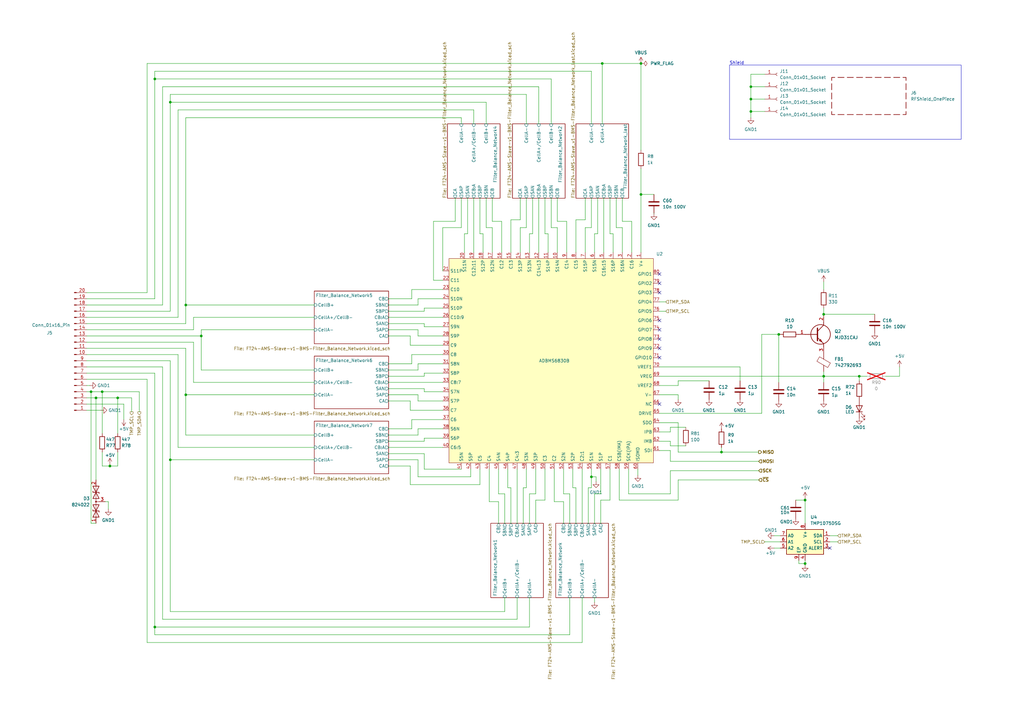
<source format=kicad_sch>
(kicad_sch
	(version 20231120)
	(generator "eeschema")
	(generator_version "8.0")
	(uuid "eac0d246-42a5-4809-bf96-35a1f983d6b7")
	(paper "A3")
	
	(junction
		(at 242.57 195.58)
		(diameter 0)
		(color 0 0 0 0)
		(uuid "096be5ab-205f-44e0-9eeb-c45aac32d5d3")
	)
	(junction
		(at 295.91 185.42)
		(diameter 0)
		(color 0 0 0 0)
		(uuid "0d8dbc29-fe9f-4536-a72b-deec428df85c")
	)
	(junction
		(at 63.5 32.385)
		(diameter 0)
		(color 0 0 0 0)
		(uuid "0f2c6c63-071d-421d-8909-f7ed474499e7")
	)
	(junction
		(at 337.82 154.305)
		(diameter 0)
		(color 0 0 0 0)
		(uuid "202db443-201a-4445-a857-16a98726a67d")
	)
	(junction
		(at 307.975 45.72)
		(diameter 0)
		(color 0 0 0 0)
		(uuid "22f4ba61-f158-4b6f-b7de-bff71fe2def0")
	)
	(junction
		(at 45.085 191.135)
		(diameter 0)
		(color 0 0 0 0)
		(uuid "31629103-75c7-4b50-ae67-02116bff9ca0")
	)
	(junction
		(at 307.975 35.56)
		(diameter 0)
		(color 0 0 0 0)
		(uuid "5400b3e4-f5fe-4782-8e74-dca7a040ef8d")
	)
	(junction
		(at 337.82 128.905)
		(diameter 0)
		(color 0 0 0 0)
		(uuid "553006ad-7aa1-4196-9ae7-f0b1d22c3158")
	)
	(junction
		(at 41.91 160.655)
		(diameter 0)
		(color 0 0 0 0)
		(uuid "5beb9cb7-954d-4e9f-993d-66bb22d85dc9")
	)
	(junction
		(at 69.85 41.91)
		(diameter 0)
		(color 0 0 0 0)
		(uuid "60ef8c2a-4007-486b-a127-a543c04ca9c5")
	)
	(junction
		(at 48.26 163.195)
		(diameter 0)
		(color 0 0 0 0)
		(uuid "637fc04e-ce79-46b1-bab0-cd9e531a18ba")
	)
	(junction
		(at 82.55 137.795)
		(diameter 0)
		(color 0 0 0 0)
		(uuid "6d7c6ef9-7032-4660-924b-e2bc79ce346e")
	)
	(junction
		(at 262.89 26.035)
		(diameter 0)
		(color 0 0 0 0)
		(uuid "72094521-3424-47fe-ab2f-638ff3b2c5ee")
	)
	(junction
		(at 69.85 188.595)
		(diameter 0)
		(color 0 0 0 0)
		(uuid "760855f8-bfb2-49d3-b8e6-27abb2969460")
	)
	(junction
		(at 37.338 160.655)
		(diameter 0)
		(color 0 0 0 0)
		(uuid "87709abf-e7f2-4d3f-9f92-e55e7a68b6ca")
	)
	(junction
		(at 262.89 79.756)
		(diameter 0)
		(color 0 0 0 0)
		(uuid "a21a5916-dc20-49f5-9ab0-0ed25eb49de7")
	)
	(junction
		(at 319.405 137.16)
		(diameter 0)
		(color 0 0 0 0)
		(uuid "ba49ef91-c819-44e1-8cda-271d072703bd")
	)
	(junction
		(at 330.2 231.14)
		(diameter 0)
		(color 0 0 0 0)
		(uuid "bd86a15e-9e36-4cbb-b41e-eebf523eb17a")
	)
	(junction
		(at 330.2 205.105)
		(diameter 0)
		(color 0 0 0 0)
		(uuid "c236d13c-30f0-4e49-afb1-61293c1fae9a")
	)
	(junction
		(at 352.425 154.305)
		(diameter 0)
		(color 0 0 0 0)
		(uuid "cc7dc35b-cd7d-428c-bda0-5dae558ab49b")
	)
	(junction
		(at 76.2 125.095)
		(diameter 0)
		(color 0 0 0 0)
		(uuid "ce5c8738-912a-4ace-ae43-89c08e65f9f6")
	)
	(junction
		(at 307.975 40.64)
		(diameter 0)
		(color 0 0 0 0)
		(uuid "d26f25ae-a0ac-43ac-8c62-59cc9c052ed0")
	)
	(junction
		(at 247.015 26.035)
		(diameter 0)
		(color 0 0 0 0)
		(uuid "d4ed4d14-77ad-4a9e-a442-c9bcc6ef1f94")
	)
	(junction
		(at 76.2 161.925)
		(diameter 0)
		(color 0 0 0 0)
		(uuid "d745227a-5ab3-4b8a-afee-f786acd75af0")
	)
	(junction
		(at 63.5 257.175)
		(diameter 0)
		(color 0 0 0 0)
		(uuid "f007c606-5994-47aa-aa5f-4e9c2aa770e8")
	)
	(junction
		(at 39.37 163.195)
		(diameter 0)
		(color 0 0 0 0)
		(uuid "f4fd4e4f-5d1f-4e84-99e9-f2df63eb7192")
	)
	(no_connect
		(at 270.51 142.875)
		(uuid "19af836c-8598-47b8-9852-49451234b6e2")
	)
	(no_connect
		(at 340.36 224.79)
		(uuid "4756a64e-5cb5-4dd0-addc-4ba93bbe256f")
	)
	(no_connect
		(at 270.51 116.205)
		(uuid "6192f4ee-0d9f-4b46-9ddb-50fa4d19b228")
	)
	(no_connect
		(at 270.51 139.065)
		(uuid "62f0fff8-f4a9-4617-9d25-15f740d9594d")
	)
	(no_connect
		(at 270.51 131.445)
		(uuid "67a3e94c-02ef-4a20-8695-d2b8ec7493c9")
	)
	(no_connect
		(at 270.51 146.685)
		(uuid "98a78803-33c9-4b7b-8fce-9bdee28667d3")
	)
	(no_connect
		(at 270.51 120.015)
		(uuid "c01b0406-0364-4637-9fd3-c1f2ab302e40")
	)
	(no_connect
		(at 270.51 112.395)
		(uuid "e2c704b0-1be4-4d49-bea9-3e6612d6818c")
	)
	(no_connect
		(at 270.51 165.735)
		(uuid "ed9997fe-a79e-4e45-8721-bddff58dd41e")
	)
	(no_connect
		(at 270.51 135.255)
		(uuid "ff3b190c-0ca7-4ac9-b096-c320a0c97e66")
	)
	(wire
		(pts
			(xy 278.13 185.42) (xy 295.91 185.42)
		)
		(stroke
			(width 0)
			(type default)
		)
		(uuid "00255a43-a815-45e9-909e-a54f121112a8")
	)
	(wire
		(pts
			(xy 173.99 132.715) (xy 159.385 132.715)
		)
		(stroke
			(width 0)
			(type default)
		)
		(uuid "008d808c-67ec-47a6-82ce-7c35e3b8d705")
	)
	(wire
		(pts
			(xy 337.82 115.57) (xy 337.82 118.745)
		)
		(stroke
			(width 0)
			(type default)
		)
		(uuid "010490fc-3526-47aa-bf60-d108ab1e549b")
	)
	(wire
		(pts
			(xy 242.57 29.21) (xy 63.5 29.21)
		)
		(stroke
			(width 0)
			(type default)
		)
		(uuid "0324e866-787c-4e96-a40b-4cab8dd722f0")
	)
	(wire
		(pts
			(xy 76.2 142.875) (xy 76.2 161.925)
		)
		(stroke
			(width 0)
			(type default)
		)
		(uuid "052eeaf5-56bb-48df-9c81-130486fae3e0")
	)
	(wire
		(pts
			(xy 79.375 156.845) (xy 128.905 156.845)
		)
		(stroke
			(width 0)
			(type default)
		)
		(uuid "05ba9a54-e4a3-4170-a550-e66411a8062b")
	)
	(wire
		(pts
			(xy 236.22 200.025) (xy 236.22 214.63)
		)
		(stroke
			(width 0)
			(type default)
		)
		(uuid "05da1436-756c-468f-b2e1-099b916229ae")
	)
	(wire
		(pts
			(xy 66.675 150.495) (xy 66.675 254)
		)
		(stroke
			(width 0)
			(type default)
		)
		(uuid "05f26619-4dbb-47cf-9b54-1025610484b2")
	)
	(wire
		(pts
			(xy 204.47 205.74) (xy 204.47 214.63)
		)
		(stroke
			(width 0)
			(type default)
		)
		(uuid "06521639-e3f2-48a5-8783-b0b5bb573140")
	)
	(wire
		(pts
			(xy 303.53 156.21) (xy 303.53 150.495)
		)
		(stroke
			(width 0)
			(type default)
		)
		(uuid "078f7a19-9ba8-4173-89da-075a66442506")
	)
	(wire
		(pts
			(xy 171.45 151.765) (xy 159.385 151.765)
		)
		(stroke
			(width 0)
			(type default)
		)
		(uuid "079a9c35-a6ab-4fb4-96d2-c87d92c81bbb")
	)
	(wire
		(pts
			(xy 200.66 192.405) (xy 200.66 205.74)
		)
		(stroke
			(width 0)
			(type default)
		)
		(uuid "08cc9c98-9127-49c7-a5b4-bef60b276630")
	)
	(wire
		(pts
			(xy 69.85 41.91) (xy 69.85 127.635)
		)
		(stroke
			(width 0)
			(type default)
		)
		(uuid "08d19453-36b7-4fa9-913f-bc3f34d1bf91")
	)
	(wire
		(pts
			(xy 201.93 103.505) (xy 201.93 93.345)
		)
		(stroke
			(width 0)
			(type default)
		)
		(uuid "08f078f1-bb3a-4c47-bfc6-87e24788f2c3")
	)
	(wire
		(pts
			(xy 168.275 168.275) (xy 168.275 164.465)
		)
		(stroke
			(width 0)
			(type default)
		)
		(uuid "0929accc-3888-4edd-bf83-feb92b8e3977")
	)
	(wire
		(pts
			(xy 204.47 192.405) (xy 204.47 202.565)
		)
		(stroke
			(width 0)
			(type default)
		)
		(uuid "0b3f98b9-60a4-4d72-ae35-3e2e8f8164b7")
	)
	(wire
		(pts
			(xy 278.13 163.83) (xy 278.13 161.925)
		)
		(stroke
			(width 0)
			(type default)
		)
		(uuid "0c3d5dda-7856-41c4-a6da-4037df463fe9")
	)
	(wire
		(pts
			(xy 246.38 192.405) (xy 246.38 202.565)
		)
		(stroke
			(width 0)
			(type default)
		)
		(uuid "0ccc4b56-d16e-4ba8-bd9e-ab205585d38a")
	)
	(wire
		(pts
			(xy 227.33 192.405) (xy 227.33 205.74)
		)
		(stroke
			(width 0)
			(type default)
		)
		(uuid "0cf2cf5d-ca95-48e7-8cab-be03704a093d")
	)
	(wire
		(pts
			(xy 220.98 35.56) (xy 220.98 50.8)
		)
		(stroke
			(width 0)
			(type default)
		)
		(uuid "0e13e88e-42f2-4a19-90fd-ba7bf011cecd")
	)
	(wire
		(pts
			(xy 215.9 38.735) (xy 69.85 38.735)
		)
		(stroke
			(width 0)
			(type default)
		)
		(uuid "0f626c10-cbfb-45f3-a03b-436b04f09250")
	)
	(wire
		(pts
			(xy 240.03 93.345) (xy 242.57 93.345)
		)
		(stroke
			(width 0)
			(type default)
		)
		(uuid "101a6a28-2e8d-46c3-960f-05702f5854e2")
	)
	(wire
		(pts
			(xy 60.325 26.035) (xy 247.015 26.035)
		)
		(stroke
			(width 0)
			(type default)
		)
		(uuid "10da184e-ffc3-49bb-bf9a-0fbc3665c9d1")
	)
	(wire
		(pts
			(xy 278.13 158.115) (xy 278.13 156.21)
		)
		(stroke
			(width 0)
			(type default)
		)
		(uuid "10fdfe4d-0a7d-4fb2-8f23-b37ff7687a48")
	)
	(wire
		(pts
			(xy 194.31 45.085) (xy 194.31 50.8)
		)
		(stroke
			(width 0)
			(type default)
		)
		(uuid "118047c4-523b-4620-b2bb-9e13aa493f5a")
	)
	(wire
		(pts
			(xy 352.425 156.21) (xy 352.425 154.305)
		)
		(stroke
			(width 0)
			(type default)
		)
		(uuid "12700d6e-cb9f-4a38-bf92-3854f9bd57da")
	)
	(wire
		(pts
			(xy 327.66 229.87) (xy 327.66 231.14)
		)
		(stroke
			(width 0)
			(type default)
		)
		(uuid "13105448-0c06-4d1d-b7fd-19db99a280db")
	)
	(wire
		(pts
			(xy 217.17 103.505) (xy 217.17 95.885)
		)
		(stroke
			(width 0)
			(type default)
		)
		(uuid "1538cb4d-b373-40de-9b19-7923ca3c8843")
	)
	(wire
		(pts
			(xy 250.19 95.885) (xy 250.19 81.28)
		)
		(stroke
			(width 0)
			(type default)
		)
		(uuid "160a5a2b-2a84-497e-b7e7-b6c5c69e1cf4")
	)
	(wire
		(pts
			(xy 228.6 90.805) (xy 228.6 81.28)
		)
		(stroke
			(width 0)
			(type default)
		)
		(uuid "17a2bc9a-ce20-4fb6-8ee9-ba665ffc7e67")
	)
	(wire
		(pts
			(xy 274.955 180.975) (xy 274.955 182.88)
		)
		(stroke
			(width 0)
			(type default)
		)
		(uuid "1835563a-a198-4776-a441-1189b3ad7001")
	)
	(wire
		(pts
			(xy 228.6 103.505) (xy 228.6 93.345)
		)
		(stroke
			(width 0)
			(type default)
		)
		(uuid "1858ef84-09cb-47cb-81a0-b13dc9b4cb12")
	)
	(wire
		(pts
			(xy 53.975 163.195) (xy 53.975 168.91)
		)
		(stroke
			(width 0)
			(type default)
		)
		(uuid "1bce26f3-790b-491d-94f8-7f3d88a36381")
	)
	(wire
		(pts
			(xy 295.91 183.515) (xy 295.91 185.42)
		)
		(stroke
			(width 0)
			(type default)
		)
		(uuid "1c5496f2-94a3-4c0e-8dc1-23b255698d5a")
	)
	(wire
		(pts
			(xy 254 192.405) (xy 254 205.105)
		)
		(stroke
			(width 0)
			(type default)
		)
		(uuid "1dbeb6b5-a974-4d67-9e56-29e64d9ef083")
	)
	(wire
		(pts
			(xy 213.36 93.345) (xy 215.9 93.345)
		)
		(stroke
			(width 0)
			(type default)
		)
		(uuid "1eba2fff-c8f7-4a90-9fa6-33a13c4e0f7c")
	)
	(wire
		(pts
			(xy 213.36 90.17) (xy 213.36 81.28)
		)
		(stroke
			(width 0)
			(type default)
		)
		(uuid "208aee4d-01d9-4589-aed9-58fd24a91222")
	)
	(wire
		(pts
			(xy 35.56 160.655) (xy 37.338 160.655)
		)
		(stroke
			(width 0)
			(type default)
		)
		(uuid "2134ff47-4860-4197-9cc7-36079a4841dd")
	)
	(wire
		(pts
			(xy 171.45 149.225) (xy 171.45 151.765)
		)
		(stroke
			(width 0)
			(type default)
		)
		(uuid "23a640dc-c9d1-4c9b-bb23-b2fe048a1f9a")
	)
	(wire
		(pts
			(xy 255.27 90.805) (xy 255.27 81.28)
		)
		(stroke
			(width 0)
			(type default)
		)
		(uuid "2496f35d-b636-4289-b731-b493513c58bd")
	)
	(wire
		(pts
			(xy 35.56 153.035) (xy 63.5 153.035)
		)
		(stroke
			(width 0)
			(type default)
		)
		(uuid "256e227a-66f0-4a04-821c-55fb1b0552c8")
	)
	(wire
		(pts
			(xy 278.13 173.355) (xy 278.13 185.42)
		)
		(stroke
			(width 0)
			(type default)
		)
		(uuid "25736ec7-e913-4bd3-b4fe-48d4eacc7432")
	)
	(wire
		(pts
			(xy 82.55 151.765) (xy 128.905 151.765)
		)
		(stroke
			(width 0)
			(type default)
		)
		(uuid "266d3f49-2a90-4932-aeb8-d591b3509d73")
	)
	(wire
		(pts
			(xy 173.99 186.055) (xy 159.385 186.055)
		)
		(stroke
			(width 0)
			(type default)
		)
		(uuid "2722feb4-8484-433c-ac84-df06ebd615a0")
	)
	(wire
		(pts
			(xy 208.28 200.025) (xy 209.55 200.025)
		)
		(stroke
			(width 0)
			(type default)
		)
		(uuid "28e79612-865c-4b25-ab3f-8f990e68e985")
	)
	(wire
		(pts
			(xy 190.5 95.885) (xy 191.77 95.885)
		)
		(stroke
			(width 0)
			(type default)
		)
		(uuid "28f1d100-0b26-4fe1-ad3e-0e6925c168b6")
	)
	(wire
		(pts
			(xy 241.3 200.025) (xy 241.3 214.63)
		)
		(stroke
			(width 0)
			(type default)
		)
		(uuid "298729c7-5de5-43e0-a2e8-a56cd1deb7d6")
	)
	(wire
		(pts
			(xy 270.51 154.305) (xy 337.82 154.305)
		)
		(stroke
			(width 0)
			(type default)
		)
		(uuid "29926190-cd87-4027-a9d0-2c3aa03ddff9")
	)
	(wire
		(pts
			(xy 196.85 198.755) (xy 196.85 192.405)
		)
		(stroke
			(width 0)
			(type default)
		)
		(uuid "2a418ca6-d4c8-4451-a86f-be2d5aafa62d")
	)
	(wire
		(pts
			(xy 35.56 127.635) (xy 69.85 127.635)
		)
		(stroke
			(width 0)
			(type default)
		)
		(uuid "2ade10ec-054e-4a66-9e6f-02e4a7b4edcc")
	)
	(wire
		(pts
			(xy 199.39 93.345) (xy 199.39 81.28)
		)
		(stroke
			(width 0)
			(type default)
		)
		(uuid "2c40c9e1-2d5c-437d-8222-d917c0f73d6d")
	)
	(wire
		(pts
			(xy 278.13 156.21) (xy 290.83 156.21)
		)
		(stroke
			(width 0)
			(type default)
		)
		(uuid "2d179081-72a5-4ad2-808b-3126ebfa0df9")
	)
	(wire
		(pts
			(xy 171.45 195.58) (xy 193.04 195.58)
		)
		(stroke
			(width 0)
			(type default)
		)
		(uuid "2d7972c1-83d9-4a9e-b1ea-cbd056ee1c4d")
	)
	(wire
		(pts
			(xy 189.23 93.345) (xy 189.23 81.28)
		)
		(stroke
			(width 0)
			(type default)
		)
		(uuid "2da3de93-8919-441d-b570-ab6f890d51a5")
	)
	(wire
		(pts
			(xy 41.91 191.135) (xy 45.085 191.135)
		)
		(stroke
			(width 0)
			(type default)
		)
		(uuid "2e20dee4-2558-48c9-818f-2650c325dbb9")
	)
	(wire
		(pts
			(xy 69.85 188.595) (xy 69.85 250.825)
		)
		(stroke
			(width 0)
			(type default)
		)
		(uuid "2e2cb3e0-867d-4a11-a78f-6cf7fd227971")
	)
	(wire
		(pts
			(xy 337.82 154.305) (xy 337.82 152.4)
		)
		(stroke
			(width 0)
			(type default)
		)
		(uuid "2e5b8642-bd65-4351-a674-b98612c3e13c")
	)
	(wire
		(pts
			(xy 177.8 114.935) (xy 181.61 114.935)
		)
		(stroke
			(width 0)
			(type default)
		)
		(uuid "2eed5cc0-01dd-4139-9a02-722622d5e5d9")
	)
	(wire
		(pts
			(xy 173.99 153.035) (xy 173.99 154.305)
		)
		(stroke
			(width 0)
			(type default)
		)
		(uuid "3028c1a1-6555-46ec-af43-752b85d59b80")
	)
	(wire
		(pts
			(xy 181.61 153.035) (xy 173.99 153.035)
		)
		(stroke
			(width 0)
			(type default)
		)
		(uuid "3099cd49-0f13-4873-a8b8-5c65799a0bbb")
	)
	(wire
		(pts
			(xy 307.975 35.56) (xy 307.975 40.64)
		)
		(stroke
			(width 0)
			(type default)
		)
		(uuid "3270f39b-dc87-46af-b448-ec4ea66bfe11")
	)
	(wire
		(pts
			(xy 274.955 177.165) (xy 274.955 175.26)
		)
		(stroke
			(width 0)
			(type default)
		)
		(uuid "327f2690-33b5-4eba-88b8-042736e21909")
	)
	(wire
		(pts
			(xy 226.06 32.385) (xy 226.06 50.8)
		)
		(stroke
			(width 0)
			(type default)
		)
		(uuid "352dca00-f612-404c-9aee-7559eca88348")
	)
	(wire
		(pts
			(xy 205.74 103.505) (xy 205.74 90.805)
		)
		(stroke
			(width 0)
			(type default)
		)
		(uuid "35abafd8-7600-48e1-a006-344d51b5b86b")
	)
	(wire
		(pts
			(xy 312.42 137.16) (xy 319.405 137.16)
		)
		(stroke
			(width 0)
			(type default)
		)
		(uuid "36081b0c-b9f1-4da4-ba9b-5ff517de8aac")
	)
	(wire
		(pts
			(xy 219.71 205.105) (xy 219.71 214.63)
		)
		(stroke
			(width 0)
			(type default)
		)
		(uuid "36dc707a-6edf-4af4-9f38-2d96c2565687")
	)
	(wire
		(pts
			(xy 35.56 132.715) (xy 76.2 132.715)
		)
		(stroke
			(width 0)
			(type default)
		)
		(uuid "3b650c98-c2f5-46c6-a630-fcd243207196")
	)
	(wire
		(pts
			(xy 63.5 29.21) (xy 63.5 32.385)
		)
		(stroke
			(width 0)
			(type default)
		)
		(uuid "3c4774f3-31ad-4490-a457-7d288d3fae38")
	)
	(wire
		(pts
			(xy 242.57 192.405) (xy 242.57 195.58)
		)
		(stroke
			(width 0)
			(type default)
		)
		(uuid "3c96a60a-29f1-4fc1-b0d5-d9429ea6f66f")
	)
	(wire
		(pts
			(xy 76.2 132.715) (xy 76.2 125.095)
		)
		(stroke
			(width 0)
			(type default)
		)
		(uuid "3d00879d-c79d-4cc9-b384-73f8d70a15e7")
	)
	(wire
		(pts
			(xy 209.55 103.505) (xy 209.55 90.17)
		)
		(stroke
			(width 0)
			(type default)
		)
		(uuid "3d210227-0b1b-476e-8df2-4c6f03d71e69")
	)
	(wire
		(pts
			(xy 198.12 95.885) (xy 196.85 95.885)
		)
		(stroke
			(width 0)
			(type default)
		)
		(uuid "3d76f98a-fe69-4e1a-bf2d-2828b39575cc")
	)
	(wire
		(pts
			(xy 215.9 93.345) (xy 215.9 81.28)
		)
		(stroke
			(width 0)
			(type default)
		)
		(uuid "3dc92b08-777b-4dd7-8218-97d94775452b")
	)
	(wire
		(pts
			(xy 278.13 161.925) (xy 270.51 161.925)
		)
		(stroke
			(width 0)
			(type default)
		)
		(uuid "3e65c949-c326-497e-ba7f-33a3b6ed63e1")
	)
	(wire
		(pts
			(xy 317.5 219.71) (xy 320.04 219.71)
		)
		(stroke
			(width 0)
			(type default)
		)
		(uuid "3f18d100-0eaa-442c-a77b-81e612cc0888")
	)
	(wire
		(pts
			(xy 307.975 45.72) (xy 307.975 48.26)
		)
		(stroke
			(width 0)
			(type default)
		)
		(uuid "40676544-4108-4bd1-a6b5-5a9b5a8488c6")
	)
	(wire
		(pts
			(xy 270.51 180.975) (xy 274.955 180.975)
		)
		(stroke
			(width 0)
			(type default)
		)
		(uuid "41481b99-e757-45b2-8890-05483ee95c62")
	)
	(wire
		(pts
			(xy 69.85 147.955) (xy 69.85 188.595)
		)
		(stroke
			(width 0)
			(type default)
		)
		(uuid "416207d5-dd78-4826-86e6-a3ce6d7e0a17")
	)
	(wire
		(pts
			(xy 228.6 93.345) (xy 226.06 93.345)
		)
		(stroke
			(width 0)
			(type default)
		)
		(uuid "4214e354-f498-4aa2-81a8-b8f640423872")
	)
	(wire
		(pts
			(xy 35.56 147.955) (xy 69.85 147.955)
		)
		(stroke
			(width 0)
			(type default)
		)
		(uuid "43366df5-90eb-4430-80f0-00c8d1cdb9e1")
	)
	(wire
		(pts
			(xy 35.56 150.495) (xy 66.675 150.495)
		)
		(stroke
			(width 0)
			(type default)
		)
		(uuid "43df2782-4357-4b78-ac08-58097d9bae1c")
	)
	(wire
		(pts
			(xy 128.905 161.925) (xy 76.2 161.925)
		)
		(stroke
			(width 0)
			(type default)
		)
		(uuid "445cb2fa-3c8f-4f82-91a5-8338250b7d5e")
	)
	(wire
		(pts
			(xy 212.09 192.405) (xy 212.09 214.63)
		)
		(stroke
			(width 0)
			(type default)
		)
		(uuid "4565d147-bb00-45e4-969f-3c74e8904a7e")
	)
	(wire
		(pts
			(xy 242.57 93.345) (xy 242.57 81.28)
		)
		(stroke
			(width 0)
			(type default)
		)
		(uuid "45bb3f18-d34c-4913-8fdc-35562cd8f8f2")
	)
	(wire
		(pts
			(xy 205.74 90.805) (xy 201.93 90.805)
		)
		(stroke
			(width 0)
			(type default)
		)
		(uuid "45f39163-004b-443c-8b27-0f7d073ce7d0")
	)
	(wire
		(pts
			(xy 181.61 149.225) (xy 171.45 149.225)
		)
		(stroke
			(width 0)
			(type default)
		)
		(uuid "46449e47-ada7-45e3-95e7-cf160b5ff53b")
	)
	(wire
		(pts
			(xy 268.224 79.756) (xy 262.89 79.756)
		)
		(stroke
			(width 0)
			(type default)
		)
		(uuid "47315762-e4c0-47f8-8457-23cba802a9f4")
	)
	(wire
		(pts
			(xy 181.61 168.275) (xy 168.275 168.275)
		)
		(stroke
			(width 0)
			(type default)
		)
		(uuid "485287b5-cf91-4335-b71e-867f4c1e4943")
	)
	(wire
		(pts
			(xy 37.338 160.528) (xy 37.338 160.655)
		)
		(stroke
			(width 0)
			(type default)
		)
		(uuid "48565339-a589-4caf-a3e4-93432d7b62fb")
	)
	(wire
		(pts
			(xy 60.325 120.015) (xy 60.325 26.035)
		)
		(stroke
			(width 0)
			(type default)
		)
		(uuid "4a4ffa5c-e09c-446f-88c8-d275881a7bff")
	)
	(wire
		(pts
			(xy 242.57 29.21) (xy 242.57 50.8)
		)
		(stroke
			(width 0)
			(type default)
		)
		(uuid "4b107ddf-c5ad-4b8f-832a-6461a5245a1c")
	)
	(wire
		(pts
			(xy 330.2 229.87) (xy 330.2 231.14)
		)
		(stroke
			(width 0)
			(type default)
		)
		(uuid "4b2cae69-2e09-4d4f-abb3-ae94257f90a3")
	)
	(wire
		(pts
			(xy 168.91 122.555) (xy 159.385 122.555)
		)
		(stroke
			(width 0)
			(type default)
		)
		(uuid "4ba35802-a33b-4d94-915f-5393b2404def")
	)
	(wire
		(pts
			(xy 171.45 178.435) (xy 159.385 178.435)
		)
		(stroke
			(width 0)
			(type default)
		)
		(uuid "4bc21db2-efd6-4ae3-a148-c87f743fc7ac")
	)
	(wire
		(pts
			(xy 240.03 90.17) (xy 240.03 81.28)
		)
		(stroke
			(width 0)
			(type default)
		)
		(uuid "4c15c7c5-e65d-4275-8ec8-bdc48c965933")
	)
	(wire
		(pts
			(xy 337.82 128.905) (xy 337.82 129.54)
		)
		(stroke
			(width 0)
			(type default)
		)
		(uuid "4c99331b-2cdf-4b09-9e10-d412580388a8")
	)
	(wire
		(pts
			(xy 181.61 160.655) (xy 173.99 160.655)
		)
		(stroke
			(width 0)
			(type default)
		)
		(uuid "4d6f25f1-513e-4f80-97a8-016d0d743d91")
	)
	(wire
		(pts
			(xy 252.73 93.345) (xy 252.73 81.28)
		)
		(stroke
			(width 0)
			(type default)
		)
		(uuid "4dc0f6c1-7040-476d-ab30-adcfccdd06fe")
	)
	(wire
		(pts
			(xy 254 205.105) (xy 278.13 205.105)
		)
		(stroke
			(width 0)
			(type default)
		)
		(uuid "4e24853a-a6c9-45ec-aea4-db7841c27f58")
	)
	(wire
		(pts
			(xy 270.51 177.165) (xy 274.955 177.165)
		)
		(stroke
			(width 0)
			(type default)
		)
		(uuid "4e52d0fc-683d-4176-b984-732f176b0e2a")
	)
	(wire
		(pts
			(xy 224.79 95.885) (xy 223.52 95.885)
		)
		(stroke
			(width 0)
			(type default)
		)
		(uuid "4efdc2bb-5477-4ac3-b8c1-be966f10d664")
	)
	(wire
		(pts
			(xy 41.91 160.655) (xy 57.15 160.655)
		)
		(stroke
			(width 0)
			(type default)
		)
		(uuid "4f672824-9a3d-4433-9922-d600fca0115b")
	)
	(wire
		(pts
			(xy 234.95 200.025) (xy 236.22 200.025)
		)
		(stroke
			(width 0)
			(type default)
		)
		(uuid "513fe935-b68f-4a46-872d-9e0f89ec20d3")
	)
	(wire
		(pts
			(xy 330.2 204.47) (xy 330.2 205.105)
		)
		(stroke
			(width 0)
			(type default)
		)
		(uuid "516b250e-b951-4469-bfdb-f4048ce77755")
	)
	(wire
		(pts
			(xy 307.975 30.48) (xy 313.69 30.48)
		)
		(stroke
			(width 0)
			(type default)
		)
		(uuid "51e8c550-e8a9-4659-bf25-72137960bb6c")
	)
	(wire
		(pts
			(xy 243.84 103.505) (xy 243.84 95.885)
		)
		(stroke
			(width 0)
			(type default)
		)
		(uuid "53619c88-5cad-495c-b6ab-dee531b99193")
	)
	(wire
		(pts
			(xy 73.025 183.515) (xy 128.905 183.515)
		)
		(stroke
			(width 0)
			(type default)
		)
		(uuid "552761f7-d013-4566-bf9f-344f69e5e62c")
	)
	(wire
		(pts
			(xy 35.56 145.415) (xy 73.025 145.415)
		)
		(stroke
			(width 0)
			(type default)
		)
		(uuid "55636b3c-3b4e-451b-96dc-e2207ee6bec2")
	)
	(wire
		(pts
			(xy 189.23 48.26) (xy 76.2 48.26)
		)
		(stroke
			(width 0)
			(type default)
		)
		(uuid "58e5ea1c-4b7f-46ca-adff-45e974c9be22")
	)
	(wire
		(pts
			(xy 171.45 125.095) (xy 159.385 125.095)
		)
		(stroke
			(width 0)
			(type default)
		)
		(uuid "59ed641a-1548-426a-80ce-a1d870b783b1")
	)
	(wire
		(pts
			(xy 257.81 192.405) (xy 257.81 202.565)
		)
		(stroke
			(width 0)
			(type default)
		)
		(uuid "5a73d565-201a-4a96-8b12-b2c90e358651")
	)
	(wire
		(pts
			(xy 63.5 122.555) (xy 63.5 32.385)
		)
		(stroke
			(width 0)
			(type default)
		)
		(uuid "5a8b1e54-da4e-4cd2-84fc-91af22663738")
	)
	(wire
		(pts
			(xy 251.46 95.885) (xy 250.19 95.885)
		)
		(stroke
			(width 0)
			(type default)
		)
		(uuid "5af58689-3732-4393-a631-ba8d4ad90fa6")
	)
	(wire
		(pts
			(xy 313.69 35.56) (xy 307.975 35.56)
		)
		(stroke
			(width 0)
			(type default)
		)
		(uuid "5b6b27d3-444d-4acd-ba36-7397b3d6d288")
	)
	(wire
		(pts
			(xy 352.425 154.305) (xy 355.6 154.305)
		)
		(stroke
			(width 0)
			(type default)
		)
		(uuid "5b7da52b-73f9-41b9-a81f-a1c3c9db312d")
	)
	(wire
		(pts
			(xy 303.53 150.495) (xy 270.51 150.495)
		)
		(stroke
			(width 0)
			(type default)
		)
		(uuid "5b9a789e-28e4-4e87-9b13-d44d36d537ea")
	)
	(wire
		(pts
			(xy 66.675 254) (xy 212.09 254)
		)
		(stroke
			(width 0)
			(type default)
		)
		(uuid "5ca096ca-cc8d-467c-afb1-365ce4d84996")
	)
	(wire
		(pts
			(xy 37.338 214.63) (xy 39.37 214.63)
		)
		(stroke
			(width 0)
			(type default)
		)
		(uuid "5d7c213a-8f80-475d-83d0-d3de02de5482")
	)
	(wire
		(pts
			(xy 330.2 231.14) (xy 330.2 231.775)
		)
		(stroke
			(width 0)
			(type default)
		)
		(uuid "5e4d5e54-a769-4dd7-9b22-e1f48da35475")
	)
	(wire
		(pts
			(xy 219.71 192.405) (xy 219.71 202.565)
		)
		(stroke
			(width 0)
			(type default)
		)
		(uuid "5f74546c-a356-4629-90c3-ab8d4703120b")
	)
	(wire
		(pts
			(xy 215.9 192.405) (xy 215.9 200.025)
		)
		(stroke
			(width 0)
			(type default)
		)
		(uuid "60f5cca6-3226-4e2c-861b-a0a4b8850abc")
	)
	(wire
		(pts
			(xy 243.84 95.885) (xy 245.11 95.885)
		)
		(stroke
			(width 0)
			(type default)
		)
		(uuid "615bb8e2-2cd3-4864-84ab-39835ebbd38e")
	)
	(wire
		(pts
			(xy 82.55 137.795) (xy 82.55 151.765)
		)
		(stroke
			(width 0)
			(type default)
		)
		(uuid "618c4a15-5b6e-4dd2-aa67-d529dab355a1")
	)
	(wire
		(pts
			(xy 168.275 191.135) (xy 159.385 191.135)
		)
		(stroke
			(width 0)
			(type default)
		)
		(uuid "62e3c0db-0bb4-425a-b508-ade01c2d5aa3")
	)
	(wire
		(pts
			(xy 251.46 103.505) (xy 251.46 95.885)
		)
		(stroke
			(width 0)
			(type default)
		)
		(uuid "63b403eb-b2fd-40a5-82f2-45aaad4760a7")
	)
	(wire
		(pts
			(xy 245.11 95.885) (xy 245.11 81.28)
		)
		(stroke
			(width 0)
			(type default)
		)
		(uuid "64351803-7416-46f4-b737-8ca28e46cb2d")
	)
	(wire
		(pts
			(xy 73.025 45.085) (xy 194.31 45.085)
		)
		(stroke
			(width 0)
			(type default)
		)
		(uuid "64d99d38-f0de-4f69-a18c-42442b564436")
	)
	(wire
		(pts
			(xy 48.26 163.195) (xy 53.975 163.195)
		)
		(stroke
			(width 0)
			(type default)
		)
		(uuid "651f0e81-efe7-4491-bc79-7484192702f1")
	)
	(wire
		(pts
			(xy 319.405 156.845) (xy 319.405 137.16)
		)
		(stroke
			(width 0)
			(type default)
		)
		(uuid "6652b004-5bf0-43aa-ac54-629b2daeed13")
	)
	(wire
		(pts
			(xy 255.27 93.345) (xy 252.73 93.345)
		)
		(stroke
			(width 0)
			(type default)
		)
		(uuid "679201ba-e87d-480c-87ae-c1bc498fffc6")
	)
	(wire
		(pts
			(xy 186.69 90.805) (xy 177.8 90.805)
		)
		(stroke
			(width 0)
			(type default)
		)
		(uuid "68761bfe-a323-4ad6-8715-05b4020d4569")
	)
	(wire
		(pts
			(xy 50.8 172.085) (xy 50.8 165.735)
		)
		(stroke
			(width 0)
			(type default)
		)
		(uuid "6c089f32-6900-43f8-8aed-af771042e49f")
	)
	(wire
		(pts
			(xy 313.69 222.25) (xy 320.04 222.25)
		)
		(stroke
			(width 0)
			(type default)
		)
		(uuid "6da8cd3b-dae3-4b12-8c47-a06643a42041")
	)
	(wire
		(pts
			(xy 231.14 192.405) (xy 231.14 202.565)
		)
		(stroke
			(width 0)
			(type default)
		)
		(uuid "6e572d36-4434-4f07-9ee7-beb3113a5cd5")
	)
	(wire
		(pts
			(xy 186.69 81.28) (xy 186.69 90.805)
		)
		(stroke
			(width 0)
			(type default)
		)
		(uuid "7018cdbd-e31a-4112-954e-8c4f799de4d2")
	)
	(wire
		(pts
			(xy 238.76 192.405) (xy 238.76 214.63)
		)
		(stroke
			(width 0)
			(type default)
		)
		(uuid "71c6a1d9-99f4-4b5a-9f41-1a6dfa456551")
	)
	(wire
		(pts
			(xy 181.61 122.555) (xy 171.45 122.555)
		)
		(stroke
			(width 0)
			(type default)
		)
		(uuid "71dfbd81-da21-4d27-9d14-12605172c9e3")
	)
	(wire
		(pts
			(xy 199.39 41.91) (xy 199.39 50.8)
		)
		(stroke
			(width 0)
			(type default)
		)
		(uuid "72a176dd-184f-47b1-99a3-2e26b9f648e2")
	)
	(wire
		(pts
			(xy 212.09 254) (xy 212.09 245.11)
		)
		(stroke
			(width 0)
			(type default)
		)
		(uuid "7320934a-637b-408b-8deb-6892273567f3")
	)
	(wire
		(pts
			(xy 233.68 202.565) (xy 233.68 214.63)
		)
		(stroke
			(width 0)
			(type default)
		)
		(uuid "73e7d14c-df69-4dda-b3a4-3e2c9457b860")
	)
	(wire
		(pts
			(xy 207.01 250.825) (xy 207.01 245.11)
		)
		(stroke
			(width 0)
			(type default)
		)
		(uuid "75c8b57a-3f8c-4dc3-b161-e53db34035ea")
	)
	(wire
		(pts
			(xy 171.45 175.895) (xy 171.45 178.435)
		)
		(stroke
			(width 0)
			(type default)
		)
		(uuid "76825878-a204-4ec3-a1d4-dfdd419764c5")
	)
	(wire
		(pts
			(xy 242.57 200.025) (xy 241.3 200.025)
		)
		(stroke
			(width 0)
			(type default)
		)
		(uuid "7691864b-f7cf-42c2-bbe2-f03e40e76619")
	)
	(wire
		(pts
			(xy 79.375 130.175) (xy 128.905 130.175)
		)
		(stroke
			(width 0)
			(type default)
		)
		(uuid "7789173c-5ea3-49e7-921e-f380691d38a1")
	)
	(wire
		(pts
			(xy 224.79 103.505) (xy 224.79 95.885)
		)
		(stroke
			(width 0)
			(type default)
		)
		(uuid "7841ea3d-b476-46bf-aeea-e57654e901df")
	)
	(wire
		(pts
			(xy 327.66 231.14) (xy 330.2 231.14)
		)
		(stroke
			(width 0)
			(type default)
		)
		(uuid "78d2c0a4-36bf-400b-9f3b-30f29df154f6")
	)
	(wire
		(pts
			(xy 181.61 93.345) (xy 189.23 93.345)
		)
		(stroke
			(width 0)
			(type default)
		)
		(uuid "799beb59-7647-422f-b93a-d4de1f9955d5")
	)
	(wire
		(pts
			(xy 236.22 90.17) (xy 240.03 90.17)
		)
		(stroke
			(width 0)
			(type default)
		)
		(uuid "79e48a76-5805-4d35-94ff-b9b4a664b6d3")
	)
	(wire
		(pts
			(xy 232.41 90.805) (xy 228.6 90.805)
		)
		(stroke
			(width 0)
			(type default)
		)
		(uuid "7a0a8db4-0da6-409a-bb17-1bfdfb303998")
	)
	(wire
		(pts
			(xy 60.325 263.525) (xy 238.76 263.525)
		)
		(stroke
			(width 0)
			(type default)
		)
		(uuid "7a2491a9-a504-48f6-9a5b-31e108f58926")
	)
	(wire
		(pts
			(xy 35.56 142.875) (xy 76.2 142.875)
		)
		(stroke
			(width 0)
			(type default)
		)
		(uuid "7b8c3a83-78ad-487d-8d38-bd8d9a7c9448")
	)
	(wire
		(pts
			(xy 215.9 200.025) (xy 214.63 200.025)
		)
		(stroke
			(width 0)
			(type default)
		)
		(uuid "7b8fcced-b471-434a-bd97-bd099b1369e8")
	)
	(wire
		(pts
			(xy 250.19 192.405) (xy 250.19 205.105)
		)
		(stroke
			(width 0)
			(type default)
		)
		(uuid "7c0b1453-6330-4253-b607-eb53d554dada")
	)
	(wire
		(pts
			(xy 233.68 245.11) (xy 233.68 260.35)
		)
		(stroke
			(width 0)
			(type default)
		)
		(uuid "7c34acae-6b26-4765-a09e-5edd876b94ed")
	)
	(wire
		(pts
			(xy 189.23 50.8) (xy 189.23 48.26)
		)
		(stroke
			(width 0)
			(type default)
		)
		(uuid "7c9b9fa7-281d-4e68-9eaf-f8bf57bbd29f")
	)
	(wire
		(pts
			(xy 259.08 103.505) (xy 259.08 90.805)
		)
		(stroke
			(width 0)
			(type default)
		)
		(uuid "7ca148fd-b585-4b97-b55c-5570a6a9167b")
	)
	(wire
		(pts
			(xy 261.62 192.405) (xy 261.62 194.945)
		)
		(stroke
			(width 0)
			(type default)
		)
		(uuid "7cd46c5b-fc49-4b9f-999c-83a2221184de")
	)
	(wire
		(pts
			(xy 73.025 145.415) (xy 73.025 183.515)
		)
		(stroke
			(width 0)
			(type default)
		)
		(uuid "7cebdb4b-5088-4b51-8123-0b44e29c8cc0")
	)
	(wire
		(pts
			(xy 340.36 219.71) (xy 343.535 219.71)
		)
		(stroke
			(width 0)
			(type default)
		)
		(uuid "7cf493c0-4692-4ae7-a02f-f889a8a2d47b")
	)
	(wire
		(pts
			(xy 173.99 179.705) (xy 173.99 180.975)
		)
		(stroke
			(width 0)
			(type default)
		)
		(uuid "7e99223f-f06f-49a0-b0e5-b5bd8ebeee0a")
	)
	(wire
		(pts
			(xy 337.82 154.305) (xy 352.425 154.305)
		)
		(stroke
			(width 0)
			(type default)
		)
		(uuid "7eb535ab-a9ea-4c20-90e2-2a8cdf4c7667")
	)
	(wire
		(pts
			(xy 36.83 158.115) (xy 35.56 158.115)
		)
		(stroke
			(width 0)
			(type default)
		)
		(uuid "7f64db40-a7a1-480f-90e0-4ddc1f8ff3f6")
	)
	(wire
		(pts
			(xy 255.27 103.505) (xy 255.27 93.345)
		)
		(stroke
			(width 0)
			(type default)
		)
		(uuid "7fd092df-dace-40d2-91d0-2b7d9b1f2213")
	)
	(wire
		(pts
			(xy 217.17 95.885) (xy 218.44 95.885)
		)
		(stroke
			(width 0)
			(type default)
		)
		(uuid "801eb32a-bdd0-4e57-9152-0558893ed283")
	)
	(wire
		(pts
			(xy 181.61 126.365) (xy 173.99 126.365)
		)
		(stroke
			(width 0)
			(type default)
		)
		(uuid "816f72bf-8328-4218-843c-f39d6ac8531f")
	)
	(wire
		(pts
			(xy 242.57 195.58) (xy 242.57 200.025)
		)
		(stroke
			(width 0)
			(type default)
		)
		(uuid "82aa6cd9-be34-488a-adda-a28e066679ac")
	)
	(wire
		(pts
			(xy 307.975 45.72) (xy 313.69 45.72)
		)
		(stroke
			(width 0)
			(type default)
		)
		(uuid "82b7cae8-b3dc-4eb0-8bd5-2cdbbcb32c3f")
	)
	(wire
		(pts
			(xy 63.5 260.35) (xy 233.68 260.35)
		)
		(stroke
			(width 0)
			(type default)
		)
		(uuid "8414b847-96e6-49d7-9ea2-09427e322896")
	)
	(wire
		(pts
			(xy 35.56 155.575) (xy 60.325 155.575)
		)
		(stroke
			(width 0)
			(type default)
		)
		(uuid "844c2777-5fa3-4760-b9f8-ff14e93ab664")
	)
	(wire
		(pts
			(xy 35.56 120.015) (xy 60.325 120.015)
		)
		(stroke
			(width 0)
			(type default)
		)
		(uuid "850db97f-bf1f-4fac-85d9-c67d4b7e8c53")
	)
	(wire
		(pts
			(xy 270.51 158.115) (xy 278.13 158.115)
		)
		(stroke
			(width 0)
			(type default)
		)
		(uuid "855c7769-47c2-4a8b-965a-8427e88f1cbe")
	)
	(wire
		(pts
			(xy 35.56 137.795) (xy 82.55 137.795)
		)
		(stroke
			(width 0)
			(type default)
		)
		(uuid "87137837-80af-4d4f-8d7b-ed8e70021155")
	)
	(wire
		(pts
			(xy 190.5 103.505) (xy 190.5 95.885)
		)
		(stroke
			(width 0)
			(type default)
		)
		(uuid "87438b62-bacb-475d-9634-d1087acea76d")
	)
	(wire
		(pts
			(xy 76.2 125.095) (xy 128.905 125.095)
		)
		(stroke
			(width 0)
			(type default)
		)
		(uuid "8780c817-dba7-4890-a8da-c2f4e7f40075")
	)
	(wire
		(pts
			(xy 76.2 161.925) (xy 76.2 178.435)
		)
		(stroke
			(width 0)
			(type default)
		)
		(uuid "89af2062-5a47-4903-a768-8a49a5bf289f")
	)
	(wire
		(pts
			(xy 37.338 160.655) (xy 41.91 160.655)
		)
		(stroke
			(width 0)
			(type default)
		)
		(uuid "8a343dc3-2004-4201-80cd-aa13cd78380d")
	)
	(wire
		(pts
			(xy 317.5 224.79) (xy 320.04 224.79)
		)
		(stroke
			(width 0)
			(type default)
		)
		(uuid "8aa6b0d5-635c-4120-9f83-995cd4a2a9ca")
	)
	(wire
		(pts
			(xy 209.55 90.17) (xy 213.36 90.17)
		)
		(stroke
			(width 0)
			(type default)
		)
		(uuid "8b1ba6e8-0e6d-4f06-9468-69dddd2b7b67")
	)
	(wire
		(pts
			(xy 48.26 191.135) (xy 48.26 185.42)
		)
		(stroke
			(width 0)
			(type default)
		)
		(uuid "8d145abc-c4d5-404a-9185-4c54463eb4fc")
	)
	(wire
		(pts
			(xy 307.975 30.48) (xy 307.975 35.56)
		)
		(stroke
			(width 0)
			(type default)
		)
		(uuid "8f0858d5-7477-4cc3-ad6f-b5c4738ba03b")
	)
	(wire
		(pts
			(xy 213.36 103.505) (xy 213.36 93.345)
		)
		(stroke
			(width 0)
			(type default)
		)
		(uuid "8f85d74b-b27f-488f-bc1a-7acb28ac9510")
	)
	(wire
		(pts
			(xy 35.56 135.255) (xy 79.375 135.255)
		)
		(stroke
			(width 0)
			(type default)
		)
		(uuid "8fe8f525-3dc5-4767-9662-f9e63612d6ac")
	)
	(wire
		(pts
			(xy 201.93 93.345) (xy 199.39 93.345)
		)
		(stroke
			(width 0)
			(type default)
		)
		(uuid "8fe92047-74da-45a9-8f0d-cad271393855")
	)
	(wire
		(pts
			(xy 201.93 90.805) (xy 201.93 81.28)
		)
		(stroke
			(width 0)
			(type default)
		)
		(uuid "9025465d-9f34-4bed-bd38-1a1e23d5d966")
	)
	(wire
		(pts
			(xy 330.2 205.105) (xy 330.2 214.63)
		)
		(stroke
			(width 0)
			(type default)
		)
		(uuid "91ada01e-11c1-4be6-99c9-cb8a2b8f1888")
	)
	(wire
		(pts
			(xy 168.91 118.745) (xy 168.91 122.555)
		)
		(stroke
			(width 0)
			(type default)
		)
		(uuid "9200cf6a-4a6a-4725-bca1-cfa3a60d9ae3")
	)
	(wire
		(pts
			(xy 177.8 90.805) (xy 177.8 114.935)
		)
		(stroke
			(width 0)
			(type default)
		)
		(uuid "925993e4-1906-48b2-a3f1-c2b55ed9f426")
	)
	(wire
		(pts
			(xy 274.955 182.88) (xy 281.305 182.88)
		)
		(stroke
			(width 0)
			(type default)
		)
		(uuid "92671911-6189-48dd-823a-d0876dc00526")
	)
	(wire
		(pts
			(xy 35.56 130.175) (xy 73.025 130.175)
		)
		(stroke
			(width 0)
			(type default)
		)
		(uuid "934d9540-4677-48e9-a8c8-0151dadb764b")
	)
	(wire
		(pts
			(xy 231.14 205.74) (xy 231.14 214.63)
		)
		(stroke
			(width 0)
			(type default)
		)
		(uuid "950b4417-a7ad-497c-84dd-18e8f56ce616")
	)
	(wire
		(pts
			(xy 173.99 126.365) (xy 173.99 127.635)
		)
		(stroke
			(width 0)
			(type default)
		)
		(uuid "96bb0ebd-2583-4090-81a7-057982102c88")
	)
	(wire
		(pts
			(xy 159.385 183.515) (xy 181.61 183.515)
		)
		(stroke
			(width 0)
			(type default)
		)
		(uuid "96fc7afd-726e-4dee-a2b7-19eca909f3df")
	)
	(wire
		(pts
			(xy 243.84 245.11) (xy 243.84 247.015)
		)
		(stroke
			(width 0)
			(type default)
		)
		(uuid "9726e451-beba-4438-a767-260db4b0746b")
	)
	(wire
		(pts
			(xy 193.04 195.58) (xy 193.04 192.405)
		)
		(stroke
			(width 0)
			(type default)
		)
		(uuid "97ea4762-3d11-4783-927a-1824632b6bad")
	)
	(wire
		(pts
			(xy 76.2 48.26) (xy 76.2 125.095)
		)
		(stroke
			(width 0)
			(type default)
		)
		(uuid "98a5d9a5-9766-4ba8-b3bc-8717fb7d6bb2")
	)
	(wire
		(pts
			(xy 181.61 118.745) (xy 168.91 118.745)
		)
		(stroke
			(width 0)
			(type default)
		)
		(uuid "98f30d1b-f9d2-4ee1-b9ca-27d6c4bdf57e")
	)
	(wire
		(pts
			(xy 128.905 135.255) (xy 82.55 135.255)
		)
		(stroke
			(width 0)
			(type default)
		)
		(uuid "99d73adb-ed9d-4871-b4ac-bc02c8f8d350")
	)
	(wire
		(pts
			(xy 220.98 81.28) (xy 220.98 103.505)
		)
		(stroke
			(width 0)
			(type default)
		)
		(uuid "9a148fab-05a8-4772-8edb-16fc5d639b8b")
	)
	(wire
		(pts
			(xy 35.56 140.335) (xy 79.375 140.335)
		)
		(stroke
			(width 0)
			(type default)
		)
		(uuid "9a3ec5ea-42fd-4e7b-8054-3f1ce994e1d0")
	)
	(wire
		(pts
			(xy 181.61 164.465) (xy 171.45 164.465)
		)
		(stroke
			(width 0)
			(type default)
		)
		(uuid "9aa6b101-f14e-4ea3-95cc-b1a82f168534")
	)
	(wire
		(pts
			(xy 168.275 141.605) (xy 168.275 137.795)
		)
		(stroke
			(width 0)
			(type default)
		)
		(uuid "9cc35e62-b08b-4129-9f46-f6ae5c2abd45")
	)
	(wire
		(pts
			(xy 173.99 154.305) (xy 159.385 154.305)
		)
		(stroke
			(width 0)
			(type default)
		)
		(uuid "9dfbc37b-88be-4b8f-ba04-0817ba5d6c46")
	)
	(wire
		(pts
			(xy 217.17 202.565) (xy 217.17 214.63)
		)
		(stroke
			(width 0)
			(type default)
		)
		(uuid "9e8f43dc-c034-416b-9a9d-d3cb8e307af0")
	)
	(wire
		(pts
			(xy 363.22 154.305) (xy 368.935 154.305)
		)
		(stroke
			(width 0)
			(type default)
		)
		(uuid "9ea9a117-ad89-4bf7-b7a4-cb61e7e1262a")
	)
	(wire
		(pts
			(xy 246.38 202.565) (xy 243.84 202.565)
		)
		(stroke
			(width 0)
			(type default)
		)
		(uuid "9f272d72-c90e-42e3-8933-b21da066c032")
	)
	(wire
		(pts
			(xy 198.12 103.505) (xy 198.12 95.885)
		)
		(stroke
			(width 0)
			(type default)
		)
		(uuid "9f9fab9e-3882-4e0a-a57c-83ea99d5249d")
	)
	(wire
		(pts
			(xy 69.85 41.91) (xy 199.39 41.91)
		)
		(stroke
			(width 0)
			(type default)
		)
		(uuid "9fb4472a-4983-4302-b551-4876cbf725e1")
	)
	(wire
		(pts
			(xy 247.65 81.28) (xy 247.65 103.505)
		)
		(stroke
			(width 0)
			(type default)
		)
		(uuid "9fb76b7f-78da-4535-8411-95790040721e")
	)
	(wire
		(pts
			(xy 79.375 135.255) (xy 79.375 130.175)
		)
		(stroke
			(width 0)
			(type default)
		)
		(uuid "a032f796-ed46-4ff7-b222-55f27bcf570a")
	)
	(wire
		(pts
			(xy 50.8 165.735) (xy 35.56 165.735)
		)
		(stroke
			(width 0)
			(type default)
		)
		(uuid "a19006a7-fabe-47dc-bb51-6dbcb52ef12d")
	)
	(wire
		(pts
			(xy 231.14 202.565) (xy 233.68 202.565)
		)
		(stroke
			(width 0)
			(type default)
		)
		(uuid "a1ce06ef-103f-4782-a594-6d2bce7bc489")
	)
	(wire
		(pts
			(xy 268.224 87.376) (xy 268.224 87.63)
		)
		(stroke
			(width 0)
			(type default)
		)
		(uuid "a3309b3d-37a9-4d7e-8a2f-1749dcbd70d4")
	)
	(wire
		(pts
			(xy 181.61 133.985) (xy 173.99 133.985)
		)
		(stroke
			(width 0)
			(type default)
		)
		(uuid "a3a8ba79-67f8-44e2-ba67-2466107c0f2a")
	)
	(wire
		(pts
			(xy 238.76 245.11) (xy 238.76 263.525)
		)
		(stroke
			(width 0)
			(type default)
		)
		(uuid "a51143a5-0269-43fe-b1f7-03fa660ab6b5")
	)
	(wire
		(pts
			(xy 270.51 127.635) (xy 273.05 127.635)
		)
		(stroke
			(width 0)
			(type default)
		)
		(uuid "a5f17086-f9ab-4fb9-8d07-c25df35eba37")
	)
	(wire
		(pts
			(xy 82.55 135.255) (xy 82.55 137.795)
		)
		(stroke
			(width 0)
			(type default)
		)
		(uuid "a62c7ee9-1904-4b47-944e-0f391b8a9d88")
	)
	(wire
		(pts
			(xy 168.275 164.465) (xy 159.385 164.465)
		)
		(stroke
			(width 0)
			(type default)
		)
		(uuid "a6987a0c-3008-4d0b-8dfa-5d2eea933aef")
	)
	(wire
		(pts
			(xy 358.775 128.905) (xy 337.82 128.905)
		)
		(stroke
			(width 0)
			(type default)
		)
		(uuid "a69ef0a6-a197-4577-9fa3-57070272c05b")
	)
	(wire
		(pts
			(xy 223.52 192.405) (xy 223.52 205.105)
		)
		(stroke
			(width 0)
			(type default)
		)
		(uuid "a6bf7e4a-1790-490b-8730-e3a18c80386d")
	)
	(wire
		(pts
			(xy 39.37 163.195) (xy 48.26 163.195)
		)
		(stroke
			(width 0)
			(type default)
		)
		(uuid "a8f1a652-9567-40bb-98e3-efbb2fc230a7")
	)
	(wire
		(pts
			(xy 76.2 178.435) (xy 128.905 178.435)
		)
		(stroke
			(width 0)
			(type default)
		)
		(uuid "a99e45ee-e67b-4836-bbdc-8376b79d3172")
	)
	(wire
		(pts
			(xy 223.52 95.885) (xy 223.52 81.28)
		)
		(stroke
			(width 0)
			(type default)
		)
		(uuid "acf926d7-4834-4e7d-8406-d49351e8effc")
	)
	(wire
		(pts
			(xy 43.18 205.74) (xy 44.45 205.74)
		)
		(stroke
			(width 0)
			(type default)
		)
		(uuid "af51f4f0-fc7e-403f-b3e9-2cac27f9a118")
	)
	(wire
		(pts
			(xy 173.99 180.975) (xy 159.385 180.975)
		)
		(stroke
			(width 0)
			(type default)
		)
		(uuid "afaeac6e-05ec-4888-ba6b-57a9a8c55493")
	)
	(wire
		(pts
			(xy 35.56 122.555) (xy 63.5 122.555)
		)
		(stroke
			(width 0)
			(type default)
		)
		(uuid "b09b25f5-fd64-487a-ac77-fa6bb27956f7")
	)
	(wire
		(pts
			(xy 159.385 156.845) (xy 181.61 156.845)
		)
		(stroke
			(width 0)
			(type default)
		)
		(uuid "b26a0bd9-1872-4f37-b1e8-60e0a5dacce1")
	)
	(wire
		(pts
			(xy 63.5 32.385) (xy 226.06 32.385)
		)
		(stroke
			(width 0)
			(type default)
		)
		(uuid "b2cbcce2-43ea-4dfd-8ada-4c65acc99126")
	)
	(wire
		(pts
			(xy 171.45 161.925) (xy 159.385 161.925)
		)
		(stroke
			(width 0)
			(type default)
		)
		(uuid "b32ea25f-84eb-401b-a802-eceddcee6076")
	)
	(wire
		(pts
			(xy 270.51 123.825) (xy 273.05 123.825)
		)
		(stroke
			(width 0)
			(type default)
		)
		(uuid "b398b0c3-2eda-4fce-9547-cc3a1f5d29d8")
	)
	(wire
		(pts
			(xy 226.06 93.345) (xy 226.06 81.28)
		)
		(stroke
			(width 0)
			(type default)
		)
		(uuid "b3e2253f-225e-46c4-8aa7-0891b4664bc9")
	)
	(wire
		(pts
			(xy 41.275 168.275) (xy 35.56 168.275)
		)
		(stroke
			(width 0)
			(type default)
		)
		(uuid "b4495312-69b1-4586-8aba-7ec35d178681")
	)
	(wire
		(pts
			(xy 204.47 202.565) (xy 207.01 202.565)
		)
		(stroke
			(width 0)
			(type default)
		)
		(uuid "b5e5be9f-92d0-45c6-a271-d18836530888")
	)
	(wire
		(pts
			(xy 191.77 95.885) (xy 191.77 81.28)
		)
		(stroke
			(width 0)
			(type default)
		)
		(uuid "b63eefa3-ac9e-4d19-a9a9-66bae76fc730")
	)
	(wire
		(pts
			(xy 39.37 196.85) (xy 39.37 163.195)
		)
		(stroke
			(width 0)
			(type default)
		)
		(uuid "b7bf26c8-80f1-4b23-8ae8-b3a87483363e")
	)
	(wire
		(pts
			(xy 45.085 191.135) (xy 45.085 190.5)
		)
		(stroke
			(width 0)
			(type default)
		)
		(uuid "b7c247dd-f21b-4e5b-8ebd-b023fef7a31b")
	)
	(wire
		(pts
			(xy 41.91 185.42) (xy 41.91 191.135)
		)
		(stroke
			(width 0)
			(type default)
		)
		(uuid "b7e54962-893b-435b-817b-17c1d8810b57")
	)
	(wire
		(pts
			(xy 257.81 202.565) (xy 274.955 202.565)
		)
		(stroke
			(width 0)
			(type default)
		)
		(uuid "b9ae531c-5551-4c15-a791-d066907cc9fa")
	)
	(wire
		(pts
			(xy 168.91 149.225) (xy 159.385 149.225)
		)
		(stroke
			(width 0)
			(type default)
		)
		(uuid "b9c1018b-a14a-462b-aae2-b5d59e945144")
	)
	(wire
		(pts
			(xy 45.085 191.135) (xy 48.26 191.135)
		)
		(stroke
			(width 0)
			(type default)
		)
		(uuid "b9f3bf31-a280-4175-8b4c-07443302e0fb")
	)
	(wire
		(pts
			(xy 278.13 196.85) (xy 311.15 196.85)
		)
		(stroke
			(width 0)
			(type default)
		)
		(uuid "bb3878db-a405-4743-aeaf-0b395fa6bd9a")
	)
	(wire
		(pts
			(xy 168.91 145.415) (xy 168.91 149.225)
		)
		(stroke
			(width 0)
			(type default)
		)
		(uuid "bb395ad1-fc6f-4cf5-9f27-b099f46662f5")
	)
	(wire
		(pts
			(xy 181.61 175.895) (xy 171.45 175.895)
		)
		(stroke
			(width 0)
			(type default)
		)
		(uuid "bb99c74b-26c1-468e-a961-7606d2236c8c")
	)
	(wire
		(pts
			(xy 66.675 35.56) (xy 220.98 35.56)
		)
		(stroke
			(width 0)
			(type default)
		)
		(uuid "bcc351b7-c5fd-40ff-a199-fb0c6244ce76")
	)
	(wire
		(pts
			(xy 35.56 163.195) (xy 39.37 163.195)
		)
		(stroke
			(width 0)
			(type default)
		)
		(uuid "bce0d3a8-669f-4e78-bb1d-8ac3d1447742")
	)
	(wire
		(pts
			(xy 69.85 188.595) (xy 128.905 188.595)
		)
		(stroke
			(width 0)
			(type default)
		)
		(uuid "bd31eacd-591c-482b-979a-4ad13e535c4c")
	)
	(wire
		(pts
			(xy 41.91 160.655) (xy 41.91 177.8)
		)
		(stroke
			(width 0)
			(type default)
		)
		(uuid "bd978875-45bd-4218-aca5-4522146a7937")
	)
	(wire
		(pts
			(xy 244.475 197.485) (xy 244.475 195.58)
		)
		(stroke
			(width 0)
			(type default)
		)
		(uuid "be109a13-a72b-4ef1-b9d7-f2c48666038b")
	)
	(wire
		(pts
			(xy 209.55 200.025) (xy 209.55 214.63)
		)
		(stroke
			(width 0)
			(type default)
		)
		(uuid "be4b8632-5d0e-499e-a6b5-2df31d0f8005")
	)
	(wire
		(pts
			(xy 218.44 95.885) (xy 218.44 81.28)
		)
		(stroke
			(width 0)
			(type default)
		)
		(uuid "be96e178-3cd5-4f9b-b85c-506401389f4c")
	)
	(wire
		(pts
			(xy 168.275 198.755) (xy 196.85 198.755)
		)
		(stroke
			(width 0)
			(type default)
		)
		(uuid "be9e1e84-f537-4b2e-a47b-83b2f3465fe9")
	)
	(wire
		(pts
			(xy 236.22 103.505) (xy 236.22 90.17)
		)
		(stroke
			(width 0)
			(type default)
		)
		(uuid "bf543d61-54e1-4a5b-9f25-a88116bb4c3f")
	)
	(wire
		(pts
			(xy 69.85 38.735) (xy 69.85 41.91)
		)
		(stroke
			(width 0)
			(type default)
		)
		(uuid "c094df18-ddce-4ffb-9432-308768f47a18")
	)
	(wire
		(pts
			(xy 278.13 205.105) (xy 278.13 196.85)
		)
		(stroke
			(width 0)
			(type default)
		)
		(uuid "c13c1ae2-c824-4b1a-9770-a47bb6f6a3e0")
	)
	(wire
		(pts
			(xy 171.45 188.595) (xy 159.385 188.595)
		)
		(stroke
			(width 0)
			(type default)
		)
		(uuid "c318966f-7963-4457-bf29-e34cc53c0bad")
	)
	(wire
		(pts
			(xy 319.405 137.16) (xy 320.04 137.16)
		)
		(stroke
			(width 0)
			(type default)
		)
		(uuid "c34d96d8-b037-44b6-b56a-f2d2c608d615")
	)
	(wire
		(pts
			(xy 173.99 186.055) (xy 173.99 192.405)
		)
		(stroke
			(width 0)
			(type default)
		)
		(uuid "c41225b6-c266-4d6b-86e1-6f2e70c5ed16")
	)
	(wire
		(pts
			(xy 259.08 90.805) (xy 255.27 90.805)
		)
		(stroke
			(width 0)
			(type default)
		)
		(uuid "c45c08b4-d5e4-4240-9fd6-eecd8abb1960")
	)
	(wire
		(pts
			(xy 173.99 192.405) (xy 189.23 192.405)
		)
		(stroke
			(width 0)
			(type default)
		)
		(uuid "c5c5ce06-3bc9-4026-a3b0-b951deae8388")
	)
	(wire
		(pts
			(xy 232.41 103.505) (xy 232.41 90.805)
		)
		(stroke
			(width 0)
			(type default)
		)
		(uuid "c6d6745d-03ff-46c3-b0d6-f6db9cfa9a1b")
	)
	(wire
		(pts
			(xy 208.28 192.405) (xy 208.28 200.025)
		)
		(stroke
			(width 0)
			(type default)
		)
		(uuid "c84f8f3c-9839-4685-ba8e-f6356f5140f3")
	)
	(wire
		(pts
			(xy 171.45 188.595) (xy 171.45 195.58)
		)
		(stroke
			(width 0)
			(type default)
		)
		(uuid "c9ab3e1f-6cff-4758-a9c7-3a08c9dc330c")
	)
	(wire
		(pts
			(xy 274.955 175.26) (xy 281.305 175.26)
		)
		(stroke
			(width 0)
			(type default)
		)
		(uuid "c9f90f7d-ad48-43f5-9917-8c87210bbf8d")
	)
	(wire
		(pts
			(xy 227.33 205.74) (xy 231.14 205.74)
		)
		(stroke
			(width 0)
			(type default)
		)
		(uuid "ca76bf4c-d82f-4fdb-b390-dcdb68d75cce")
	)
	(wire
		(pts
			(xy 181.61 179.705) (xy 173.99 179.705)
		)
		(stroke
			(width 0)
			(type default)
		)
		(uuid "cabc0180-a8eb-4ad5-88c1-c06209abe30c")
	)
	(wire
		(pts
			(xy 57.15 160.655) (xy 57.15 168.91)
		)
		(stroke
			(width 0)
			(type default)
		)
		(uuid "cc1b529f-6093-42b2-80e4-b501a96e43aa")
	)
	(wire
		(pts
			(xy 69.85 250.825) (xy 207.01 250.825)
		)
		(stroke
			(width 0)
			(type default)
		)
		(uuid "cd255a7a-6dc2-4e91-85ce-ab148fcc8a75")
	)
	(wire
		(pts
			(xy 234.95 192.405) (xy 234.95 200.025)
		)
		(stroke
			(width 0)
			(type default)
		)
		(uuid "cdcb62e9-3430-4d92-b813-152630687979")
	)
	(wire
		(pts
			(xy 223.52 205.105) (xy 219.71 205.105)
		)
		(stroke
			(width 0)
			(type default)
		)
		(uuid "ce9433db-dce2-4f60-9926-bcc2a8d8896e")
	)
	(wire
		(pts
			(xy 247.015 26.035) (xy 262.89 26.035)
		)
		(stroke
			(width 0)
			(type default)
		)
		(uuid "cebfc01f-624e-4c78-b226-af6da06fe027")
	)
	(wire
		(pts
			(xy 181.61 137.795) (xy 171.45 137.795)
		)
		(stroke
			(width 0)
			(type default)
		)
		(uuid "cf58785f-2a3b-42bf-a05b-19fe8aa654cb")
	)
	(wire
		(pts
			(xy 73.025 130.175) (xy 73.025 45.085)
		)
		(stroke
			(width 0)
			(type default)
		)
		(uuid "d0c5c886-26f4-4bd8-b5bc-b259b5012392")
	)
	(wire
		(pts
			(xy 60.325 155.575) (xy 60.325 263.525)
		)
		(stroke
			(width 0)
			(type default)
		)
		(uuid "d10b5382-e3ef-4d9b-b567-f71862b7d09f")
	)
	(wire
		(pts
			(xy 35.56 125.095) (xy 66.675 125.095)
		)
		(stroke
			(width 0)
			(type default)
		)
		(uuid "d198a2e9-9481-47e8-b9d1-f2702c2dddfd")
	)
	(wire
		(pts
			(xy 37.338 160.655) (xy 37.338 214.63)
		)
		(stroke
			(width 0)
			(type default)
		)
		(uuid "d249a078-b87a-46a1-a52a-57bcf2707fca")
	)
	(wire
		(pts
			(xy 168.91 175.895) (xy 159.385 175.895)
		)
		(stroke
			(width 0)
			(type default)
		)
		(uuid "d30e885d-7f3b-4d5b-aa2a-d776604ffab4")
	)
	(wire
		(pts
			(xy 159.385 130.175) (xy 181.61 130.175)
		)
		(stroke
			(width 0)
			(type default)
		)
		(uuid "d31302b9-c768-4ea4-904a-3bd8c2100ff7")
	)
	(wire
		(pts
			(xy 247.015 26.035) (xy 247.015 50.8)
		)
		(stroke
			(width 0)
			(type default)
		)
		(uuid "d3527b29-7629-4711-8b7c-6e8212d379a1")
	)
	(wire
		(pts
			(xy 337.82 154.305) (xy 337.82 156.845)
		)
		(stroke
			(width 0)
			(type default)
		)
		(uuid "d382f724-092f-465c-bab0-75a2fcf1f69d")
	)
	(wire
		(pts
			(xy 171.45 122.555) (xy 171.45 125.095)
		)
		(stroke
			(width 0)
			(type default)
		)
		(uuid "d3e2d0c6-3095-4ebd-b797-4e4a3a2548bf")
	)
	(wire
		(pts
			(xy 219.71 202.565) (xy 217.17 202.565)
		)
		(stroke
			(width 0)
			(type default)
		)
		(uuid "d46a34cb-afe6-4061-9284-b093789fc3aa")
	)
	(wire
		(pts
			(xy 340.36 222.25) (xy 343.535 222.25)
		)
		(stroke
			(width 0)
			(type default)
		)
		(uuid "d4feae39-7ecc-4ceb-b0db-f76e5f6a6980")
	)
	(wire
		(pts
			(xy 63.5 153.035) (xy 63.5 257.175)
		)
		(stroke
			(width 0)
			(type default)
		)
		(uuid "d6354974-65b7-4517-9a99-3fc0fb175be3")
	)
	(wire
		(pts
			(xy 63.5 257.175) (xy 63.5 260.35)
		)
		(stroke
			(width 0)
			(type default)
		)
		(uuid "d66b998b-470d-47af-bc6d-8a24599c1103")
	)
	(wire
		(pts
			(xy 181.61 145.415) (xy 168.91 145.415)
		)
		(stroke
			(width 0)
			(type default)
		)
		(uuid "d67ca6d8-def4-4117-9d96-36b449972d96")
	)
	(wire
		(pts
			(xy 173.99 159.385) (xy 159.385 159.385)
		)
		(stroke
			(width 0)
			(type default)
		)
		(uuid "d6e6ab9f-daa4-43fe-ac8e-cb2587a7badf")
	)
	(wire
		(pts
			(xy 240.03 103.505) (xy 240.03 93.345)
		)
		(stroke
			(width 0)
			(type default)
		)
		(uuid "d774891e-a44e-46b4-b425-81bed4e8b690")
	)
	(wire
		(pts
			(xy 217.17 257.175) (xy 217.17 245.11)
		)
		(stroke
			(width 0)
			(type default)
		)
		(uuid "d79be354-b3ca-4ebd-a803-06a705a9e2c3")
	)
	(wire
		(pts
			(xy 171.45 135.255) (xy 159.385 135.255)
		)
		(stroke
			(width 0)
			(type default)
		)
		(uuid "d7d5b50f-0f71-4cba-a04a-f0b7b0c4caca")
	)
	(wire
		(pts
			(xy 312.42 137.16) (xy 312.42 169.545)
		)
		(stroke
			(width 0)
			(type default)
		)
		(uuid "d899cec7-a9d4-4490-8d7a-665084fb2336")
	)
	(wire
		(pts
			(xy 44.45 205.74) (xy 44.45 208.788)
		)
		(stroke
			(width 0)
			(type default)
		)
		(uuid "d939771d-10fd-4599-8e2b-dd33cf3fee18")
	)
	(wire
		(pts
			(xy 173.99 133.985) (xy 173.99 132.715)
		)
		(stroke
			(width 0)
			(type default)
		)
		(uuid "d991346c-7a36-4f3f-bb2e-cf5e53064055")
	)
	(wire
		(pts
			(xy 168.91 172.085) (xy 168.91 175.895)
		)
		(stroke
			(width 0)
			(type default)
		)
		(uuid "d9a36709-278c-4375-af16-81c979183ea3")
	)
	(wire
		(pts
			(xy 307.975 40.64) (xy 307.975 45.72)
		)
		(stroke
			(width 0)
			(type default)
		)
		(uuid "da89df47-669f-4bcb-9cfc-077d68cf0f5e")
	)
	(wire
		(pts
			(xy 274.955 189.23) (xy 274.955 184.785)
		)
		(stroke
			(width 0)
			(type default)
		)
		(uuid "da8c2601-503c-43ec-b983-7af704f469c6")
	)
	(wire
		(pts
			(xy 181.61 111.125) (xy 181.61 93.345)
		)
		(stroke
			(width 0)
			(type default)
		)
		(uuid "def64764-8b95-4f15-8400-c7aef18766ed")
	)
	(wire
		(pts
			(xy 207.01 202.565) (xy 207.01 214.63)
		)
		(stroke
			(width 0)
			(type default)
		)
		(uuid "df118001-5b0a-4307-a8c7-8c9a37896f98")
	)
	(wire
		(pts
			(xy 215.9 50.8) (xy 215.9 38.735)
		)
		(stroke
			(width 0)
			(type default)
		)
		(uuid "e016a4b8-6c90-4608-875b-2bcd0f49ddf7")
	)
	(wire
		(pts
			(xy 168.275 191.135) (xy 168.275 198.755)
		)
		(stroke
			(width 0)
			(type default)
		)
		(uuid "e03c03cc-696a-408c-9c02-3bc540e10c8e")
	)
	(wire
		(pts
			(xy 173.99 127.635) (xy 159.385 127.635)
		)
		(stroke
			(width 0)
			(type default)
		)
		(uuid "e18ad965-ebf3-4e8a-833d-a62d294c7a85")
	)
	(wire
		(pts
			(xy 48.26 177.8) (xy 48.26 163.195)
		)
		(stroke
			(width 0)
			(type default)
		)
		(uuid "e2183b82-483d-48d4-a24a-d0423292a310")
	)
	(wire
		(pts
			(xy 274.955 189.23) (xy 311.15 189.23)
		)
		(stroke
			(width 0)
			(type default)
		)
		(uuid "e3b9d926-0822-4e34-98b1-30bebd8a211e")
	)
	(wire
		(pts
			(xy 262.89 26.035) (xy 262.89 61.595)
		)
		(stroke
			(width 0)
			(type default)
		)
		(uuid "e3c7ddd3-7f5a-4662-a5c0-32a12f4e9fef")
	)
	(wire
		(pts
			(xy 79.375 140.335) (xy 79.375 156.845)
		)
		(stroke
			(width 0)
			(type default)
		)
		(uuid "e50be661-6460-4c44-a6cc-6f57b59c2dc2")
	)
	(wire
		(pts
			(xy 173.99 160.655) (xy 173.99 159.385)
		)
		(stroke
			(width 0)
			(type default)
		)
		(uuid "e5677066-fae8-4f09-bae6-db18ae7c78f0")
	)
	(wire
		(pts
			(xy 194.31 81.28) (xy 194.31 103.505)
		)
		(stroke
			(width 0)
			(type default)
		)
		(uuid "e67dcfc5-e7c9-4a99-9abc-222ca1a5a573")
	)
	(wire
		(pts
			(xy 270.51 173.355) (xy 278.13 173.355)
		)
		(stroke
			(width 0)
			(type default)
		)
		(uuid "e85d5a92-5ccd-4f31-8f16-6ae32963ac95")
	)
	(wire
		(pts
			(xy 368.935 150.495) (xy 368.935 154.305)
		)
		(stroke
			(width 0)
			(type default)
		)
		(uuid "ea3faf7b-9600-4630-a9a3-876ed730cc8b")
	)
	(wire
		(pts
			(xy 313.69 40.64) (xy 307.975 40.64)
		)
		(stroke
			(width 0)
			(type default)
		)
		(uuid "ea9404e1-6640-47dd-8375-27722c4934d3")
	)
	(wire
		(pts
			(xy 270.51 169.545) (xy 312.42 169.545)
		)
		(stroke
			(width 0)
			(type default)
		)
		(uuid "eb371f28-47bc-4377-8ece-3694abb05efe")
	)
	(wire
		(pts
			(xy 330.2 205.105) (xy 326.39 205.105)
		)
		(stroke
			(width 0)
			(type default)
		)
		(uuid "eb5d63d8-e7bc-4e40-888f-8f9b640fe58f")
	)
	(wire
		(pts
			(xy 274.955 193.04) (xy 311.15 193.04)
		)
		(stroke
			(width 0)
			(type default)
		)
		(uuid "eb8bd35e-12b5-4394-a9ab-5b781eff02ce")
	)
	(wire
		(pts
			(xy 262.89 69.215) (xy 262.89 79.756)
		)
		(stroke
			(width 0)
			(type default)
		)
		(uuid "ebf8ad08-df5a-45dd-b01f-8530fbda3f97")
	)
	(wire
		(pts
			(xy 171.45 164.465) (xy 171.45 161.925)
		)
		(stroke
			(width 0)
			(type default)
		)
		(uuid "ec208a24-2d05-4ffd-9cd4-20e181696b81")
	)
	(wire
		(pts
			(xy 274.955 184.785) (xy 270.51 184.785)
		)
		(stroke
			(width 0)
			(type default)
		)
		(uuid "eed2cf10-0d14-4739-8190-d3816c57954d")
	)
	(wire
		(pts
			(xy 262.89 79.756) (xy 262.89 103.505)
		)
		(stroke
			(width 0)
			(type default)
		)
		(uuid "f04cfd06-6005-429f-ad1b-6f1acc5961d8")
	)
	(wire
		(pts
			(xy 295.91 185.42) (xy 311.15 185.42)
		)
		(stroke
			(width 0)
			(type default)
		)
		(uuid "f15905b2-6c0e-4e58-a3c5-be03fc7e78c8")
	)
	(wire
		(pts
			(xy 196.85 95.885) (xy 196.85 81.28)
		)
		(stroke
			(width 0)
			(type default)
		)
		(uuid "f22b812d-dd16-4e47-a82b-32bc1a7462f2")
	)
	(wire
		(pts
			(xy 66.675 125.095) (xy 66.675 35.56)
		)
		(stroke
			(width 0)
			(type default)
		)
		(uuid "f324ff54-a46a-4360-8360-50703e53cab5")
	)
	(wire
		(pts
			(xy 250.19 205.105) (xy 246.38 205.105)
		)
		(stroke
			(width 0)
			(type default)
		)
		(uuid "f514a93d-a90b-42ff-826a-2ef8db47e158")
	)
	(wire
		(pts
			(xy 181.61 141.605) (xy 168.275 141.605)
		)
		(stroke
			(width 0)
			(type default)
		)
		(uuid "f5aecc57-568d-40ef-9982-d196079700b8")
	)
	(wire
		(pts
			(xy 171.45 137.795) (xy 171.45 135.255)
		)
		(stroke
			(width 0)
			(type default)
		)
		(uuid "f6c5a562-0395-44f6-a7f2-93e86fafaca6")
	)
	(wire
		(pts
			(xy 274.955 202.565) (xy 274.955 193.04)
		)
		(stroke
			(width 0)
			(type default)
		)
		(uuid "f6e25cac-f781-4689-a9d8-c60cae422f4c")
	)
	(wire
		(pts
			(xy 337.82 126.365) (xy 337.82 128.905)
		)
		(stroke
			(width 0)
			(type default)
		)
		(uuid "f87d80be-e615-49bd-b459-6e31e435123e")
	)
	(wire
		(pts
			(xy 243.84 202.565) (xy 243.84 214.63)
		)
		(stroke
			(width 0)
			(type default)
		)
		(uuid "f9bc527b-575e-45c9-a7a1-f426acab0b6d")
	)
	(wire
		(pts
			(xy 63.5 257.175) (xy 217.17 257.175)
		)
		(stroke
			(width 0)
			(type default)
		)
		(uuid "fb844b03-365a-4ccd-9449-e3eee2f90656")
	)
	(wire
		(pts
			(xy 244.475 195.58) (xy 242.57 195.58)
		)
		(stroke
			(width 0)
			(type default)
		)
		(uuid "fb8948e1-1e5b-4d8c-9b62-e27f67e0f1f0")
	)
	(wire
		(pts
			(xy 200.66 205.74) (xy 204.47 205.74)
		)
		(stroke
			(width 0)
			(type default)
		)
		(uuid "fca499b7-e2b0-4285-aa0e-2e453528c803")
	)
	(wire
		(pts
			(xy 168.275 137.795) (xy 159.385 137.795)
		)
		(stroke
			(width 0)
			(type default)
		)
		(uuid "fcae9409-a98c-4cc3-babc-dbb5984ee62d")
	)
	(wire
		(pts
			(xy 246.38 205.105) (xy 246.38 214.63)
		)
		(stroke
			(width 0)
			(type default)
		)
		(uuid "fd0511a5-b1dd-47c6-acf6-ae6b20acf7bb")
	)
	(wire
		(pts
			(xy 214.63 200.025) (xy 214.63 214.63)
		)
		(stroke
			(width 0)
			(type default)
		)
		(uuid "fed3ed42-b212-4fec-a514-def189447687")
	)
	(wire
		(pts
			(xy 181.61 172.085) (xy 168.91 172.085)
		)
		(stroke
			(width 0)
			(type default)
		)
		(uuid "fffcab21-2ec2-4714-af5c-ac4d5afb8ffb")
	)
	(rectangle
		(start 299.212 26.67)
		(end 394.208 57.15)
		(stroke
			(width 0)
			(type default)
		)
		(fill
			(type none)
		)
		(uuid 20a32677-c5a1-4a8c-a94c-33de8e1d2782)
	)
	(text "Shield"
		(exclude_from_sim no)
		(at 299.212 26.67 0)
		(effects
			(font
				(size 1.27 1.27)
			)
			(justify left bottom)
		)
		(uuid "55b75e36-390b-45e4-b7dc-fce43d613b5d")
	)
	(hierarchical_label "TMP_SCL"
		(shape input)
		(at 273.05 127.635 0)
		(fields_autoplaced yes)
		(effects
			(font
				(size 1.27 1.27)
			)
			(justify left)
		)
		(uuid "1a07208e-d6b6-4858-8e5f-b5f9b4a89066")
	)
	(hierarchical_label "TMP_SDA"
		(shape input)
		(at 273.05 123.825 0)
		(fields_autoplaced yes)
		(effects
			(font
				(size 1.27 1.27)
			)
			(justify left)
		)
		(uuid "1aa37e09-fd9e-4155-860a-0d6c152b41b9")
	)
	(hierarchical_label "MISO"
		(shape output)
		(at 311.15 185.42 0)
		(fields_autoplaced yes)
		(effects
			(font
				(size 1.27 1.27)
				(bold yes)
			)
			(justify left)
		)
		(uuid "233f723f-6dee-4c49-b683-bb04e616e4a0")
	)
	(hierarchical_label "TMP_SCL"
		(shape output)
		(at 53.975 168.91 270)
		(fields_autoplaced yes)
		(effects
			(font
				(size 1.27 1.27)
			)
			(justify right)
		)
		(uuid "32330e13-65c1-4656-a01d-40c89e02db9b")
	)
	(hierarchical_label "MOSI"
		(shape input)
		(at 311.15 189.23 0)
		(fields_autoplaced yes)
		(effects
			(font
				(size 1.27 1.27)
				(bold yes)
			)
			(justify left)
		)
		(uuid "4fd0443f-c001-4950-a51d-f3f0016d003b")
	)
	(hierarchical_label "TMP_SDA"
		(shape output)
		(at 57.15 168.91 270)
		(fields_autoplaced yes)
		(effects
			(font
				(size 1.27 1.27)
			)
			(justify right)
		)
		(uuid "5c48b651-a39a-47c3-a1b7-66be6580d66e")
	)
	(hierarchical_label "TMP_SCL"
		(shape input)
		(at 313.69 222.25 180)
		(fields_autoplaced yes)
		(effects
			(font
				(size 1.27 1.27)
			)
			(justify right)
		)
		(uuid "63e8205b-2423-498b-837a-f3aa07843d2c")
	)
	(hierarchical_label "SCK"
		(shape input)
		(at 311.15 193.04 0)
		(fields_autoplaced yes)
		(effects
			(font
				(size 1.27 1.27)
				(bold yes)
			)
			(justify left)
		)
		(uuid "70baa129-ecec-4e1f-b3d2-08f3978efb8f")
	)
	(hierarchical_label "TMP_SDA"
		(shape input)
		(at 343.535 219.71 0)
		(fields_autoplaced yes)
		(effects
			(font
				(size 1.27 1.27)
			)
			(justify left)
		)
		(uuid "7e43fd5b-eef1-493d-9b21-99e52422bb66")
	)
	(hierarchical_label "~{CS}"
		(shape input)
		(at 311.15 196.85 0)
		(fields_autoplaced yes)
		(effects
			(font
				(size 1.27 1.27)
				(bold yes)
			)
			(justify left)
		)
		(uuid "cff249fc-f836-4f50-9d11-3f01650e38ab")
	)
	(hierarchical_label "TMP_SCL"
		(shape input)
		(at 343.535 222.25 0)
		(fields_autoplaced yes)
		(effects
			(font
				(size 1.27 1.27)
			)
			(justify left)
		)
		(uuid "fa9cf6dd-0662-4159-9bf6-c0ef0b861d8e")
	)
	(symbol
		(lib_id "Device:R")
		(at 262.89 65.405 0)
		(unit 1)
		(exclude_from_sim no)
		(in_bom yes)
		(on_board yes)
		(dnp no)
		(fields_autoplaced yes)
		(uuid "005fd3b6-2935-4078-94b8-42e49805486a")
		(property "Reference" "R8"
			(at 265.43 64.135 0)
			(effects
				(font
					(size 1.27 1.27)
				)
				(justify left)
			)
		)
		(property "Value" "1k"
			(at 265.43 66.675 0)
			(effects
				(font
					(size 1.27 1.27)
				)
				(justify left)
			)
		)
		(property "Footprint" "Resistor_SMD:R_0603_1608Metric"
			(at 261.112 65.405 90)
			(effects
				(font
					(size 1.27 1.27)
				)
				(hide yes)
			)
		)
		(property "Datasheet" "~"
			(at 262.89 65.405 0)
			(effects
				(font
					(size 1.27 1.27)
				)
				(hide yes)
			)
		)
		(property "Description" ""
			(at 262.89 65.405 0)
			(effects
				(font
					(size 1.27 1.27)
				)
				(hide yes)
			)
		)
		(pin "1"
			(uuid "8f3386f1-4640-439f-b9bb-ec63c33bc421")
		)
		(pin "2"
			(uuid "e532cab3-ebdd-49ba-ba6c-430ab8b1330b")
		)
		(instances
			(project "FT24-AMS_Slave-v5"
				(path "/f1f942ea-b2d2-457f-a907-d9ac22420c38/2536baa4-823e-48c2-9277-701b260ef4ec"
					(reference "R8")
					(unit 1)
				)
			)
		)
	)
	(symbol
		(lib_id "power:GND1")
		(at 358.775 136.525 0)
		(unit 1)
		(exclude_from_sim no)
		(in_bom yes)
		(on_board yes)
		(dnp no)
		(fields_autoplaced yes)
		(uuid "010f4301-fef5-449e-a27f-73d0b3e58eec")
		(property "Reference" "#PWR049"
			(at 358.775 142.875 0)
			(effects
				(font
					(size 1.27 1.27)
				)
				(hide yes)
			)
		)
		(property "Value" "GND1"
			(at 358.775 140.97 0)
			(effects
				(font
					(size 1.27 1.27)
				)
			)
		)
		(property "Footprint" ""
			(at 358.775 136.525 0)
			(effects
				(font
					(size 1.27 1.27)
				)
				(hide yes)
			)
		)
		(property "Datasheet" ""
			(at 358.775 136.525 0)
			(effects
				(font
					(size 1.27 1.27)
				)
				(hide yes)
			)
		)
		(property "Description" ""
			(at 358.775 136.525 0)
			(effects
				(font
					(size 1.27 1.27)
				)
				(hide yes)
			)
		)
		(pin "1"
			(uuid "97df8301-2dfc-4fc7-8ab7-b64d4958be1d")
		)
		(instances
			(project "FT24-AMS_Slave-v5"
				(path "/f1f942ea-b2d2-457f-a907-d9ac22420c38/2536baa4-823e-48c2-9277-701b260ef4ec"
					(reference "#PWR049")
					(unit 1)
				)
			)
		)
	)
	(symbol
		(lib_id "Device:C")
		(at 337.82 160.655 0)
		(unit 1)
		(exclude_from_sim no)
		(in_bom yes)
		(on_board yes)
		(dnp no)
		(fields_autoplaced yes)
		(uuid "06acce7d-a854-4d24-a76f-60779408c62d")
		(property "Reference" "C15"
			(at 340.995 159.385 0)
			(effects
				(font
					(size 1.27 1.27)
				)
				(justify left)
			)
		)
		(property "Value" "1µ"
			(at 340.995 161.925 0)
			(effects
				(font
					(size 1.27 1.27)
				)
				(justify left)
			)
		)
		(property "Footprint" "Capacitor_SMD:C_0603_1608Metric"
			(at 338.7852 164.465 0)
			(effects
				(font
					(size 1.27 1.27)
				)
				(hide yes)
			)
		)
		(property "Datasheet" "~"
			(at 337.82 160.655 0)
			(effects
				(font
					(size 1.27 1.27)
				)
				(hide yes)
			)
		)
		(property "Description" ""
			(at 337.82 160.655 0)
			(effects
				(font
					(size 1.27 1.27)
				)
				(hide yes)
			)
		)
		(pin "1"
			(uuid "cad4af3e-2036-4263-bd2e-f243cba0610c")
		)
		(pin "2"
			(uuid "33ad940b-10db-47df-b965-fe553fc90e58")
		)
		(instances
			(project "FT24-AMS_Slave-v5"
				(path "/f1f942ea-b2d2-457f-a907-d9ac22420c38/2536baa4-823e-48c2-9277-701b260ef4ec"
					(reference "C15")
					(unit 1)
				)
			)
		)
	)
	(symbol
		(lib_id "power:+5V")
		(at 295.91 175.895 0)
		(unit 1)
		(exclude_from_sim no)
		(in_bom yes)
		(on_board yes)
		(dnp no)
		(uuid "06bb8038-f8c8-4ec8-bdc9-fb6a68e5c225")
		(property "Reference" "#PWR043"
			(at 295.91 179.705 0)
			(effects
				(font
					(size 1.27 1.27)
				)
				(hide yes)
			)
		)
		(property "Value" "+5V"
			(at 299.085 174.625 0)
			(effects
				(font
					(size 1.27 1.27)
				)
			)
		)
		(property "Footprint" ""
			(at 295.91 175.895 0)
			(effects
				(font
					(size 1.27 1.27)
				)
				(hide yes)
			)
		)
		(property "Datasheet" ""
			(at 295.91 175.895 0)
			(effects
				(font
					(size 1.27 1.27)
				)
				(hide yes)
			)
		)
		(property "Description" ""
			(at 295.91 175.895 0)
			(effects
				(font
					(size 1.27 1.27)
				)
				(hide yes)
			)
		)
		(pin "1"
			(uuid "01c51675-d54f-4f64-b1f5-182161fb74b5")
		)
		(instances
			(project "FT24-AMS_Slave-v5"
				(path "/f1f942ea-b2d2-457f-a907-d9ac22420c38/2536baa4-823e-48c2-9277-701b260ef4ec"
					(reference "#PWR043")
					(unit 1)
				)
			)
		)
	)
	(symbol
		(lib_id "Device:C")
		(at 303.53 160.02 0)
		(unit 1)
		(exclude_from_sim no)
		(in_bom yes)
		(on_board yes)
		(dnp no)
		(fields_autoplaced yes)
		(uuid "088ea073-39c7-4f29-b3f9-1c093e3489fd")
		(property "Reference" "C13"
			(at 306.705 158.75 0)
			(effects
				(font
					(size 1.27 1.27)
				)
				(justify left)
			)
		)
		(property "Value" "1µ"
			(at 306.705 161.29 0)
			(effects
				(font
					(size 1.27 1.27)
				)
				(justify left)
			)
		)
		(property "Footprint" "Capacitor_SMD:C_0603_1608Metric"
			(at 304.4952 163.83 0)
			(effects
				(font
					(size 1.27 1.27)
				)
				(hide yes)
			)
		)
		(property "Datasheet" "~"
			(at 303.53 160.02 0)
			(effects
				(font
					(size 1.27 1.27)
				)
				(hide yes)
			)
		)
		(property "Description" ""
			(at 303.53 160.02 0)
			(effects
				(font
					(size 1.27 1.27)
				)
				(hide yes)
			)
		)
		(pin "1"
			(uuid "bc82f6cb-48c9-4fa9-89ee-6fadfa962418")
		)
		(pin "2"
			(uuid "d85136d8-8f10-467e-bd71-1370703ff587")
		)
		(instances
			(project "FT24-AMS_Slave-v5"
				(path "/f1f942ea-b2d2-457f-a907-d9ac22420c38/2536baa4-823e-48c2-9277-701b260ef4ec"
					(reference "C13")
					(unit 1)
				)
			)
		)
	)
	(symbol
		(lib_id "Device:C")
		(at 358.775 132.715 0)
		(unit 1)
		(exclude_from_sim no)
		(in_bom yes)
		(on_board yes)
		(dnp no)
		(fields_autoplaced yes)
		(uuid "0cdd32dc-7fd9-4c63-92c9-17ae0e8a0b4b")
		(property "Reference" "C16"
			(at 361.95 131.4449 0)
			(effects
				(font
					(size 1.27 1.27)
				)
				(justify left)
			)
		)
		(property "Value" "10n 100V"
			(at 361.95 133.9849 0)
			(effects
				(font
					(size 1.27 1.27)
				)
				(justify left)
			)
		)
		(property "Footprint" "Capacitor_SMD:C_0603_1608Metric"
			(at 359.7402 136.525 0)
			(effects
				(font
					(size 1.27 1.27)
				)
				(hide yes)
			)
		)
		(property "Datasheet" "~"
			(at 358.775 132.715 0)
			(effects
				(font
					(size 1.27 1.27)
				)
				(hide yes)
			)
		)
		(property "Description" ""
			(at 358.775 132.715 0)
			(effects
				(font
					(size 1.27 1.27)
				)
				(hide yes)
			)
		)
		(pin "1"
			(uuid "fe331859-1d8c-4faf-a53c-36dc430ce076")
		)
		(pin "2"
			(uuid "ad8f8172-344a-4b94-87ca-2b3c99710b4b")
		)
		(instances
			(project "FT24-AMS_Slave-v5"
				(path "/f1f942ea-b2d2-457f-a907-d9ac22420c38/2536baa4-823e-48c2-9277-701b260ef4ec"
					(reference "C16")
					(unit 1)
				)
			)
		)
	)
	(symbol
		(lib_id "Sensor_Temperature:TMP1075DSG")
		(at 330.2 222.25 0)
		(unit 1)
		(exclude_from_sim no)
		(in_bom yes)
		(on_board yes)
		(dnp no)
		(fields_autoplaced yes)
		(uuid "0e0156e8-aed5-4a91-ad32-f5a4ffad8800")
		(property "Reference" "U4"
			(at 332.3941 212.09 0)
			(effects
				(font
					(size 1.27 1.27)
				)
				(justify left)
			)
		)
		(property "Value" "TMP1075DSG"
			(at 332.3941 214.63 0)
			(effects
				(font
					(size 1.27 1.27)
				)
				(justify left)
			)
		)
		(property "Footprint" "Slave:SON50P200X200X80-9N"
			(at 332.105 228.6 0)
			(effects
				(font
					(size 1.27 1.27)
				)
				(hide yes)
			)
		)
		(property "Datasheet" "https://www.ti.com/lit/gpn/tmp1075"
			(at 330.2 222.25 0)
			(effects
				(font
					(size 1.27 1.27)
				)
				(hide yes)
			)
		)
		(property "Description" ""
			(at 330.2 222.25 0)
			(effects
				(font
					(size 1.27 1.27)
				)
				(hide yes)
			)
		)
		(pin "1"
			(uuid "53a3a3f7-5d4d-43c0-bc75-175e4a306596")
		)
		(pin "2"
			(uuid "a3d22d16-d151-42cf-b3bd-659783c69c7f")
		)
		(pin "3"
			(uuid "454e8fb7-56ac-4791-ae61-9305e47dc8f8")
		)
		(pin "4"
			(uuid "f7d4ba96-d197-4aa6-8fc8-4c33c7f9df4f")
		)
		(pin "5"
			(uuid "e3d639c5-0bc6-4d3d-b470-7412e9f03965")
		)
		(pin "6"
			(uuid "fe15c041-e481-4ad2-8737-8ec22b364946")
		)
		(pin "7"
			(uuid "a48e939d-d750-4232-a2b8-393f1c36d0d4")
		)
		(pin "8"
			(uuid "0372e45f-ab5b-4904-a937-18f82d4866ce")
		)
		(pin "9"
			(uuid "f411cff5-6c7f-4ef4-9045-790aea147194")
		)
		(instances
			(project "FT24-AMS_Slave-v5"
				(path "/f1f942ea-b2d2-457f-a907-d9ac22420c38/2536baa4-823e-48c2-9277-701b260ef4ec"
					(reference "U4")
					(unit 1)
				)
			)
		)
	)
	(symbol
		(lib_id "power:+5V")
		(at 368.935 150.495 0)
		(unit 1)
		(exclude_from_sim no)
		(in_bom yes)
		(on_board yes)
		(dnp no)
		(fields_autoplaced yes)
		(uuid "0e141baf-6714-41dc-9cbf-6e9078644fb6")
		(property "Reference" "#PWR050"
			(at 368.935 154.305 0)
			(effects
				(font
					(size 1.27 1.27)
				)
				(hide yes)
			)
		)
		(property "Value" "+5V"
			(at 368.935 146.05 0)
			(effects
				(font
					(size 1.27 1.27)
				)
			)
		)
		(property "Footprint" ""
			(at 368.935 150.495 0)
			(effects
				(font
					(size 1.27 1.27)
				)
				(hide yes)
			)
		)
		(property "Datasheet" ""
			(at 368.935 150.495 0)
			(effects
				(font
					(size 1.27 1.27)
				)
				(hide yes)
			)
		)
		(property "Description" ""
			(at 368.935 150.495 0)
			(effects
				(font
					(size 1.27 1.27)
				)
				(hide yes)
			)
		)
		(pin "1"
			(uuid "c8e92b73-8ddf-49a3-bb57-f659f45ed849")
		)
		(instances
			(project "FT24-AMS_Slave-v5"
				(path "/f1f942ea-b2d2-457f-a907-d9ac22420c38/2536baa4-823e-48c2-9277-701b260ef4ec"
					(reference "#PWR050")
					(unit 1)
				)
			)
		)
	)
	(symbol
		(lib_id "power:+5V")
		(at 45.085 190.5 0)
		(mirror y)
		(unit 1)
		(exclude_from_sim no)
		(in_bom yes)
		(on_board yes)
		(dnp no)
		(uuid "140d084f-a539-4ef3-9ef7-b923e6b45801")
		(property "Reference" "#PWR023"
			(at 45.085 194.31 0)
			(effects
				(font
					(size 1.27 1.27)
				)
				(hide yes)
			)
		)
		(property "Value" "+5V"
			(at 45.085 186.69 0)
			(effects
				(font
					(size 1.27 1.27)
				)
			)
		)
		(property "Footprint" ""
			(at 45.085 190.5 0)
			(effects
				(font
					(size 1.27 1.27)
				)
				(hide yes)
			)
		)
		(property "Datasheet" ""
			(at 45.085 190.5 0)
			(effects
				(font
					(size 1.27 1.27)
				)
				(hide yes)
			)
		)
		(property "Description" ""
			(at 45.085 190.5 0)
			(effects
				(font
					(size 1.27 1.27)
				)
				(hide yes)
			)
		)
		(pin "1"
			(uuid "e5ee9ed9-ff8e-4d8c-a5ce-7c9eba4acc3f")
		)
		(instances
			(project "FT24-AMS_Slave-v5"
				(path "/f1f942ea-b2d2-457f-a907-d9ac22420c38/2536baa4-823e-48c2-9277-701b260ef4ec"
					(reference "#PWR023")
					(unit 1)
				)
			)
		)
	)
	(symbol
		(lib_id "Device:R")
		(at 323.85 137.16 90)
		(unit 1)
		(exclude_from_sim no)
		(in_bom yes)
		(on_board yes)
		(dnp no)
		(fields_autoplaced yes)
		(uuid "1a071f38-1959-452c-b662-e83359ae7e82")
		(property "Reference" "R10"
			(at 323.85 131.445 90)
			(effects
				(font
					(size 1.27 1.27)
				)
			)
		)
		(property "Value" "10"
			(at 323.85 133.985 90)
			(effects
				(font
					(size 1.27 1.27)
				)
			)
		)
		(property "Footprint" "Resistor_SMD:R_0603_1608Metric"
			(at 323.85 138.938 90)
			(effects
				(font
					(size 1.27 1.27)
				)
				(hide yes)
			)
		)
		(property "Datasheet" "~"
			(at 323.85 137.16 0)
			(effects
				(font
					(size 1.27 1.27)
				)
				(hide yes)
			)
		)
		(property "Description" ""
			(at 323.85 137.16 0)
			(effects
				(font
					(size 1.27 1.27)
				)
				(hide yes)
			)
		)
		(pin "1"
			(uuid "89806cc3-e3a7-49f2-8644-b8d6d231b0ea")
		)
		(pin "2"
			(uuid "e59e0180-7a08-4f23-9d82-c0ecbc9d9ced")
		)
		(instances
			(project "FT24-AMS_Slave-v5"
				(path "/f1f942ea-b2d2-457f-a907-d9ac22420c38/2536baa4-823e-48c2-9277-701b260ef4ec"
					(reference "R10")
					(unit 1)
				)
			)
		)
	)
	(symbol
		(lib_id "power:GND1")
		(at 268.224 87.63 0)
		(unit 1)
		(exclude_from_sim no)
		(in_bom yes)
		(on_board yes)
		(dnp no)
		(fields_autoplaced yes)
		(uuid "1d70bcca-cd9c-408f-950c-32be252c7e68")
		(property "Reference" "#PWR076"
			(at 268.224 93.98 0)
			(effects
				(font
					(size 1.27 1.27)
				)
				(hide yes)
			)
		)
		(property "Value" "GND1"
			(at 268.224 92.456 0)
			(effects
				(font
					(size 1.27 1.27)
				)
			)
		)
		(property "Footprint" ""
			(at 268.224 87.63 0)
			(effects
				(font
					(size 1.27 1.27)
				)
				(hide yes)
			)
		)
		(property "Datasheet" ""
			(at 268.224 87.63 0)
			(effects
				(font
					(size 1.27 1.27)
				)
				(hide yes)
			)
		)
		(property "Description" ""
			(at 268.224 87.63 0)
			(effects
				(font
					(size 1.27 1.27)
				)
				(hide yes)
			)
		)
		(pin "1"
			(uuid "392596d4-0e4f-4b2c-8041-fa1fce1a05d6")
		)
		(instances
			(project "FT24-AMS_Slave-v5"
				(path "/f1f942ea-b2d2-457f-a907-d9ac22420c38/2536baa4-823e-48c2-9277-701b260ef4ec"
					(reference "#PWR076")
					(unit 1)
				)
			)
		)
	)
	(symbol
		(lib_id "power:GND1")
		(at 278.13 163.83 0)
		(unit 1)
		(exclude_from_sim no)
		(in_bom yes)
		(on_board yes)
		(dnp no)
		(fields_autoplaced yes)
		(uuid "1f6029f9-e280-4400-b785-302f13bac7ac")
		(property "Reference" "#PWR041"
			(at 278.13 170.18 0)
			(effects
				(font
					(size 1.27 1.27)
				)
				(hide yes)
			)
		)
		(property "Value" "GND1"
			(at 278.13 168.275 0)
			(effects
				(font
					(size 1.27 1.27)
				)
			)
		)
		(property "Footprint" ""
			(at 278.13 163.83 0)
			(effects
				(font
					(size 1.27 1.27)
				)
				(hide yes)
			)
		)
		(property "Datasheet" ""
			(at 278.13 163.83 0)
			(effects
				(font
					(size 1.27 1.27)
				)
				(hide yes)
			)
		)
		(property "Description" ""
			(at 278.13 163.83 0)
			(effects
				(font
					(size 1.27 1.27)
				)
				(hide yes)
			)
		)
		(pin "1"
			(uuid "2028f446-f315-4b97-a230-9fc30b9aa6b4")
		)
		(instances
			(project "FT24-AMS_Slave-v5"
				(path "/f1f942ea-b2d2-457f-a907-d9ac22420c38/2536baa4-823e-48c2-9277-701b260ef4ec"
					(reference "#PWR041")
					(unit 1)
				)
			)
		)
	)
	(symbol
		(lib_id "power:GND1")
		(at 317.5 219.71 270)
		(mirror x)
		(unit 1)
		(exclude_from_sim no)
		(in_bom yes)
		(on_board yes)
		(dnp no)
		(uuid "22599920-b52e-496e-b6e4-3647d28642c3")
		(property "Reference" "#PWR082"
			(at 311.15 219.71 0)
			(effects
				(font
					(size 1.27 1.27)
				)
				(hide yes)
			)
		)
		(property "Value" "GND1"
			(at 316.23 217.424 90)
			(effects
				(font
					(size 1.27 1.27)
				)
			)
		)
		(property "Footprint" ""
			(at 317.5 219.71 0)
			(effects
				(font
					(size 1.27 1.27)
				)
				(hide yes)
			)
		)
		(property "Datasheet" ""
			(at 317.5 219.71 0)
			(effects
				(font
					(size 1.27 1.27)
				)
				(hide yes)
			)
		)
		(property "Description" ""
			(at 317.5 219.71 0)
			(effects
				(font
					(size 1.27 1.27)
				)
				(hide yes)
			)
		)
		(pin "1"
			(uuid "4329ece2-9a33-46ca-8b48-fdda0880d9fd")
		)
		(instances
			(project "FT24-AMS_Slave-v5"
				(path "/f1f942ea-b2d2-457f-a907-d9ac22420c38/2536baa4-823e-48c2-9277-701b260ef4ec"
					(reference "#PWR082")
					(unit 1)
				)
			)
		)
	)
	(symbol
		(lib_id "power:GND1")
		(at 243.84 247.015 0)
		(unit 1)
		(exclude_from_sim no)
		(in_bom yes)
		(on_board yes)
		(dnp no)
		(fields_autoplaced yes)
		(uuid "27197ca2-b2ea-4733-a5f3-6db8bc32a99d")
		(property "Reference" "#PWR039"
			(at 243.84 253.365 0)
			(effects
				(font
					(size 1.27 1.27)
				)
				(hide yes)
			)
		)
		(property "Value" "GND1"
			(at 243.84 251.46 0)
			(effects
				(font
					(size 1.27 1.27)
				)
			)
		)
		(property "Footprint" ""
			(at 243.84 247.015 0)
			(effects
				(font
					(size 1.27 1.27)
				)
				(hide yes)
			)
		)
		(property "Datasheet" ""
			(at 243.84 247.015 0)
			(effects
				(font
					(size 1.27 1.27)
				)
				(hide yes)
			)
		)
		(property "Description" ""
			(at 243.84 247.015 0)
			(effects
				(font
					(size 1.27 1.27)
				)
				(hide yes)
			)
		)
		(pin "1"
			(uuid "606e6ec4-d7dc-47f1-bfaa-738dc6a91524")
		)
		(instances
			(project "FT24-AMS_Slave-v5"
				(path "/f1f942ea-b2d2-457f-a907-d9ac22420c38/2536baa4-823e-48c2-9277-701b260ef4ec"
					(reference "#PWR039")
					(unit 1)
				)
			)
		)
	)
	(symbol
		(lib_id "Device:R")
		(at 352.425 160.02 0)
		(unit 1)
		(exclude_from_sim no)
		(in_bom yes)
		(on_board yes)
		(dnp no)
		(uuid "27de6762-5de2-4988-bba9-8c47dec5d622")
		(property "Reference" "R72"
			(at 346.71 158.75 0)
			(effects
				(font
					(size 1.27 1.27)
				)
				(justify left)
			)
		)
		(property "Value" "1k"
			(at 346.71 161.29 0)
			(effects
				(font
					(size 1.27 1.27)
				)
				(justify left)
			)
		)
		(property "Footprint" "Resistor_SMD:R_0603_1608Metric"
			(at 350.647 160.02 90)
			(effects
				(font
					(size 1.27 1.27)
				)
				(hide yes)
			)
		)
		(property "Datasheet" "~"
			(at 352.425 160.02 0)
			(effects
				(font
					(size 1.27 1.27)
				)
				(hide yes)
			)
		)
		(property "Description" ""
			(at 352.425 160.02 0)
			(effects
				(font
					(size 1.27 1.27)
				)
				(hide yes)
			)
		)
		(pin "1"
			(uuid "e3146e94-9a72-4dc5-9470-5d0a63356d8c")
		)
		(pin "2"
			(uuid "8dffd745-d793-47ab-83a0-374e1c05a318")
		)
		(instances
			(project "FT24-AMS_Slave-v5"
				(path "/f1f942ea-b2d2-457f-a907-d9ac22420c38/2536baa4-823e-48c2-9277-701b260ef4ec"
					(reference "R72")
					(unit 1)
				)
			)
		)
	)
	(symbol
		(lib_id "power:+5V")
		(at 317.5 224.79 90)
		(unit 1)
		(exclude_from_sim no)
		(in_bom yes)
		(on_board yes)
		(dnp no)
		(uuid "28a7df10-c3fc-468c-85e1-b076871ae660")
		(property "Reference" "#PWR081"
			(at 321.31 224.79 0)
			(effects
				(font
					(size 1.27 1.27)
				)
				(hide yes)
			)
		)
		(property "Value" "+5V"
			(at 315.976 226.822 90)
			(effects
				(font
					(size 1.27 1.27)
				)
			)
		)
		(property "Footprint" ""
			(at 317.5 224.79 0)
			(effects
				(font
					(size 1.27 1.27)
				)
				(hide yes)
			)
		)
		(property "Datasheet" ""
			(at 317.5 224.79 0)
			(effects
				(font
					(size 1.27 1.27)
				)
				(hide yes)
			)
		)
		(property "Description" ""
			(at 317.5 224.79 0)
			(effects
				(font
					(size 1.27 1.27)
				)
				(hide yes)
			)
		)
		(pin "1"
			(uuid "7e9a20ce-4554-4fc3-9776-5f268a5dda0e")
		)
		(instances
			(project "FT24-AMS_Slave-v5"
				(path "/f1f942ea-b2d2-457f-a907-d9ac22420c38/2536baa4-823e-48c2-9277-701b260ef4ec"
					(reference "#PWR081")
					(unit 1)
				)
			)
		)
	)
	(symbol
		(lib_id "power:GND1")
		(at 326.39 212.725 0)
		(mirror y)
		(unit 1)
		(exclude_from_sim no)
		(in_bom yes)
		(on_board yes)
		(dnp no)
		(uuid "2ca7c24e-0c50-4fa0-be7b-75d18ffe1f86")
		(property "Reference" "#PWR083"
			(at 326.39 219.075 0)
			(effects
				(font
					(size 1.27 1.27)
				)
				(hide yes)
			)
		)
		(property "Value" "GND1"
			(at 322.58 213.995 0)
			(effects
				(font
					(size 1.27 1.27)
				)
			)
		)
		(property "Footprint" ""
			(at 326.39 212.725 0)
			(effects
				(font
					(size 1.27 1.27)
				)
				(hide yes)
			)
		)
		(property "Datasheet" ""
			(at 326.39 212.725 0)
			(effects
				(font
					(size 1.27 1.27)
				)
				(hide yes)
			)
		)
		(property "Description" ""
			(at 326.39 212.725 0)
			(effects
				(font
					(size 1.27 1.27)
				)
				(hide yes)
			)
		)
		(pin "1"
			(uuid "14acdc9d-8c01-4a52-9731-115b36a1b3a5")
		)
		(instances
			(project "FT24-AMS_Slave-v5"
				(path "/f1f942ea-b2d2-457f-a907-d9ac22420c38/2536baa4-823e-48c2-9277-701b260ef4ec"
					(reference "#PWR083")
					(unit 1)
				)
			)
		)
	)
	(symbol
		(lib_id "power:VBUS")
		(at 262.89 26.035 0)
		(unit 1)
		(exclude_from_sim no)
		(in_bom yes)
		(on_board yes)
		(dnp no)
		(fields_autoplaced yes)
		(uuid "2e6e078e-3884-49d2-8897-c9ebe13d21be")
		(property "Reference" "#PWR065"
			(at 262.89 29.845 0)
			(effects
				(font
					(size 1.27 1.27)
				)
				(hide yes)
			)
		)
		(property "Value" "VBUS"
			(at 262.89 21.59 0)
			(effects
				(font
					(size 1.27 1.27)
				)
			)
		)
		(property "Footprint" ""
			(at 262.89 26.035 0)
			(effects
				(font
					(size 1.27 1.27)
				)
				(hide yes)
			)
		)
		(property "Datasheet" ""
			(at 262.89 26.035 0)
			(effects
				(font
					(size 1.27 1.27)
				)
				(hide yes)
			)
		)
		(property "Description" ""
			(at 262.89 26.035 0)
			(effects
				(font
					(size 1.27 1.27)
				)
				(hide yes)
			)
		)
		(pin "1"
			(uuid "3ef1b763-c47f-4ef4-b589-123d07690a5b")
		)
		(instances
			(project "FT24-AMS_Slave-v5"
				(path "/f1f942ea-b2d2-457f-a907-d9ac22420c38/2536baa4-823e-48c2-9277-701b260ef4ec"
					(reference "#PWR065")
					(unit 1)
				)
			)
		)
	)
	(symbol
		(lib_id "Device:RFShield_OnePiece")
		(at 356.362 39.37 0)
		(unit 1)
		(exclude_from_sim no)
		(in_bom yes)
		(on_board yes)
		(dnp no)
		(fields_autoplaced yes)
		(uuid "3ee2b837-ca6b-4ea5-8650-8defdcb86809")
		(property "Reference" "J6"
			(at 373.507 38.1 0)
			(effects
				(font
					(size 1.27 1.27)
				)
				(justify left)
			)
		)
		(property "Value" "RFShield_OnePiece"
			(at 373.507 40.64 0)
			(effects
				(font
					(size 1.27 1.27)
				)
				(justify left)
			)
		)
		(property "Footprint" "Slave:Wuerth_Elektronik_3600637250S"
			(at 356.362 41.91 0)
			(effects
				(font
					(size 1.27 1.27)
				)
				(hide yes)
			)
		)
		(property "Datasheet" "https://www.we-online.com/components/products/datasheet/3600637250S.pdf"
			(at 356.362 41.91 0)
			(effects
				(font
					(size 1.27 1.27)
				)
				(hide yes)
			)
		)
		(property "Description" ""
			(at 356.362 39.37 0)
			(effects
				(font
					(size 1.27 1.27)
				)
				(hide yes)
			)
		)
		(instances
			(project "FT24-AMS_Slave-v5"
				(path "/f1f942ea-b2d2-457f-a907-d9ac22420c38/2536baa4-823e-48c2-9277-701b260ef4ec"
					(reference "J6")
					(unit 1)
				)
			)
		)
	)
	(symbol
		(lib_id "power:GND1")
		(at 330.2 231.775 0)
		(mirror y)
		(unit 1)
		(exclude_from_sim no)
		(in_bom yes)
		(on_board yes)
		(dnp no)
		(uuid "4692f729-424c-445a-91ed-a0a10ea004bf")
		(property "Reference" "#PWR036"
			(at 330.2 238.125 0)
			(effects
				(font
					(size 1.27 1.27)
				)
				(hide yes)
			)
		)
		(property "Value" "GND1"
			(at 330.2 236.22 0)
			(effects
				(font
					(size 1.27 1.27)
				)
			)
		)
		(property "Footprint" ""
			(at 330.2 231.775 0)
			(effects
				(font
					(size 1.27 1.27)
				)
				(hide yes)
			)
		)
		(property "Datasheet" ""
			(at 330.2 231.775 0)
			(effects
				(font
					(size 1.27 1.27)
				)
				(hide yes)
			)
		)
		(property "Description" ""
			(at 330.2 231.775 0)
			(effects
				(font
					(size 1.27 1.27)
				)
				(hide yes)
			)
		)
		(pin "1"
			(uuid "59fb5d2e-d7ad-4dd9-ad0e-fa05a39606f5")
		)
		(instances
			(project "FT24-AMS_Slave-v5"
				(path "/f1f942ea-b2d2-457f-a907-d9ac22420c38/2536baa4-823e-48c2-9277-701b260ef4ec"
					(reference "#PWR036")
					(unit 1)
				)
			)
		)
	)
	(symbol
		(lib_id "power:GND1")
		(at 44.45 208.788 0)
		(unit 1)
		(exclude_from_sim no)
		(in_bom yes)
		(on_board yes)
		(dnp no)
		(fields_autoplaced yes)
		(uuid "50e22ffe-da68-4a58-8b88-87b6d0e5da5c")
		(property "Reference" "#PWR033"
			(at 44.45 215.138 0)
			(effects
				(font
					(size 1.27 1.27)
				)
				(hide yes)
			)
		)
		(property "Value" "GND1"
			(at 44.45 213.36 0)
			(effects
				(font
					(size 1.27 1.27)
				)
			)
		)
		(property "Footprint" ""
			(at 44.45 208.788 0)
			(effects
				(font
					(size 1.27 1.27)
				)
				(hide yes)
			)
		)
		(property "Datasheet" ""
			(at 44.45 208.788 0)
			(effects
				(font
					(size 1.27 1.27)
				)
				(hide yes)
			)
		)
		(property "Description" ""
			(at 44.45 208.788 0)
			(effects
				(font
					(size 1.27 1.27)
				)
				(hide yes)
			)
		)
		(pin "1"
			(uuid "1032edcb-7a15-4b2e-90b0-b64808624ad1")
		)
		(instances
			(project "FT24-AMS_Slave-v5"
				(path "/f1f942ea-b2d2-457f-a907-d9ac22420c38/2536baa4-823e-48c2-9277-701b260ef4ec"
					(reference "#PWR033")
					(unit 1)
				)
			)
		)
	)
	(symbol
		(lib_id "power:GND1")
		(at 261.62 194.945 0)
		(unit 1)
		(exclude_from_sim no)
		(in_bom yes)
		(on_board yes)
		(dnp no)
		(fields_autoplaced yes)
		(uuid "5259161b-333f-4ff5-b772-682a9814fbd1")
		(property "Reference" "#PWR040"
			(at 261.62 201.295 0)
			(effects
				(font
					(size 1.27 1.27)
				)
				(hide yes)
			)
		)
		(property "Value" "GND1"
			(at 261.62 199.39 0)
			(effects
				(font
					(size 1.27 1.27)
				)
			)
		)
		(property "Footprint" ""
			(at 261.62 194.945 0)
			(effects
				(font
					(size 1.27 1.27)
				)
				(hide yes)
			)
		)
		(property "Datasheet" ""
			(at 261.62 194.945 0)
			(effects
				(font
					(size 1.27 1.27)
				)
				(hide yes)
			)
		)
		(property "Description" ""
			(at 261.62 194.945 0)
			(effects
				(font
					(size 1.27 1.27)
				)
				(hide yes)
			)
		)
		(pin "1"
			(uuid "4a04c9b2-0017-4028-9649-90d0a65e71dc")
		)
		(instances
			(project "FT24-AMS_Slave-v5"
				(path "/f1f942ea-b2d2-457f-a907-d9ac22420c38/2536baa4-823e-48c2-9277-701b260ef4ec"
					(reference "#PWR040")
					(unit 1)
				)
			)
		)
	)
	(symbol
		(lib_id "Device:D_TVS_Dual_AAC")
		(at 39.37 205.74 90)
		(unit 1)
		(exclude_from_sim no)
		(in_bom yes)
		(on_board yes)
		(dnp no)
		(fields_autoplaced yes)
		(uuid "54ec8066-58d8-4c14-afb7-5b9427a161fa")
		(property "Reference" "D3"
			(at 36.83 204.47 90)
			(effects
				(font
					(size 1.27 1.27)
				)
				(justify left)
			)
		)
		(property "Value" "824022"
			(at 36.83 207.01 90)
			(effects
				(font
					(size 1.27 1.27)
				)
				(justify left)
			)
		)
		(property "Footprint" "Slave:SOT95P240X120-3N"
			(at 39.37 209.55 0)
			(effects
				(font
					(size 1.27 1.27)
				)
				(hide yes)
			)
		)
		(property "Datasheet" "https://www.we-online.com/components/products/datasheet/824022.pdf"
			(at 39.37 209.55 0)
			(effects
				(font
					(size 1.27 1.27)
				)
				(hide yes)
			)
		)
		(property "Description" ""
			(at 39.37 205.74 0)
			(effects
				(font
					(size 1.27 1.27)
				)
				(hide yes)
			)
		)
		(pin "1"
			(uuid "c1d5e400-3787-4295-bb82-77e5eee4663e")
		)
		(pin "2"
			(uuid "1d1e38a5-db09-4d60-acd2-6828d27c20f8")
		)
		(pin "3"
			(uuid "cade249a-c9f3-4c29-8fc5-1db94ab256dd")
		)
		(instances
			(project "FT24-AMS_Slave-v5"
				(path "/f1f942ea-b2d2-457f-a907-d9ac22420c38/2536baa4-823e-48c2-9277-701b260ef4ec"
					(reference "D3")
					(unit 1)
				)
			)
		)
	)
	(symbol
		(lib_id "MJD31CAJ:MJD31CAJ")
		(at 327.66 137.16 0)
		(unit 1)
		(exclude_from_sim no)
		(in_bom yes)
		(on_board yes)
		(dnp no)
		(uuid "564def24-ccfb-4179-a539-a589e51e1053")
		(property "Reference" "Q2"
			(at 342.265 135.89 0)
			(effects
				(font
					(size 1.27 1.27)
				)
				(justify left)
			)
		)
		(property "Value" "MJD31CAJ"
			(at 342.265 138.43 0)
			(effects
				(font
					(size 1.27 1.27)
				)
				(justify left)
			)
		)
		(property "Footprint" "Slave:MJD31CAJ"
			(at 341.63 238.43 0)
			(effects
				(font
					(size 1.27 1.27)
				)
				(justify left top)
				(hide yes)
			)
		)
		(property "Datasheet" "https://assets.nexperia.com/documents/data-sheet/MJD31CA.pdf"
			(at 341.63 338.43 0)
			(effects
				(font
					(size 1.27 1.27)
				)
				(justify left top)
				(hide yes)
			)
		)
		(property "Description" ""
			(at 327.66 137.16 0)
			(effects
				(font
					(size 1.27 1.27)
				)
				(hide yes)
			)
		)
		(property "Height" "2.38"
			(at 341.63 538.43 0)
			(effects
				(font
					(size 1.27 1.27)
				)
				(justify left top)
				(hide yes)
			)
		)
		(property "Mouser Part Number" "771-MJD31CAJ"
			(at 341.63 638.43 0)
			(effects
				(font
					(size 1.27 1.27)
				)
				(justify left top)
				(hide yes)
			)
		)
		(property "Mouser Price/Stock" "https://www.mouser.co.uk/ProductDetail/Nexperia/MJD31CAJ?qs=Lw5w8Rbia2XIR2GSKHXSCQ%3D%3D"
			(at 341.63 738.43 0)
			(effects
				(font
					(size 1.27 1.27)
				)
				(justify left top)
				(hide yes)
			)
		)
		(property "Manufacturer_Name" "Nexperia"
			(at 341.63 838.43 0)
			(effects
				(font
					(size 1.27 1.27)
				)
				(justify left top)
				(hide yes)
			)
		)
		(property "Manufacturer_Part_Number" "MJD31CAJ"
			(at 341.63 938.43 0)
			(effects
				(font
					(size 1.27 1.27)
				)
				(justify left top)
				(hide yes)
			)
		)
		(pin "1"
			(uuid "5bdc7836-72c9-4d93-95a2-4ea0e554977a")
		)
		(pin "2"
			(uuid "b03f0d8a-2d60-4fcc-b22e-3cfb5b056fb2")
		)
		(pin "3"
			(uuid "bd6c6bcf-edc8-4e3e-8331-361f2a9b2ff4")
		)
		(instances
			(project "FT24-AMS_Slave-v5"
				(path "/f1f942ea-b2d2-457f-a907-d9ac22420c38/2536baa4-823e-48c2-9277-701b260ef4ec"
					(reference "Q2")
					(unit 1)
				)
			)
		)
	)
	(symbol
		(lib_id "Connector:Conn_01x01_Socket")
		(at 318.77 35.56 0)
		(unit 1)
		(exclude_from_sim no)
		(in_bom yes)
		(on_board yes)
		(dnp no)
		(fields_autoplaced yes)
		(uuid "5aad9efe-fd4c-48cb-923d-288d403c8cfe")
		(property "Reference" "J12"
			(at 319.786 34.29 0)
			(effects
				(font
					(size 1.27 1.27)
				)
				(justify left)
			)
		)
		(property "Value" "Conn_01x01_Socket"
			(at 319.786 36.83 0)
			(effects
				(font
					(size 1.27 1.27)
				)
				(justify left)
			)
		)
		(property "Footprint" "Slave:36900000"
			(at 318.77 35.56 0)
			(effects
				(font
					(size 1.27 1.27)
				)
				(hide yes)
			)
		)
		(property "Datasheet" "https://www.we-online.com/components/products/datasheet/36900000.pdf"
			(at 318.77 35.56 0)
			(effects
				(font
					(size 1.27 1.27)
				)
				(hide yes)
			)
		)
		(property "Description" ""
			(at 318.77 35.56 0)
			(effects
				(font
					(size 1.27 1.27)
				)
				(hide yes)
			)
		)
		(pin "1"
			(uuid "c56aa6f0-88e2-41b3-b946-4a7c1edee308")
		)
		(instances
			(project "FT24-AMS_Slave-v5"
				(path "/f1f942ea-b2d2-457f-a907-d9ac22420c38/2536baa4-823e-48c2-9277-701b260ef4ec"
					(reference "J12")
					(unit 1)
				)
			)
		)
	)
	(symbol
		(lib_id "Device:FerriteBead")
		(at 337.82 148.59 0)
		(unit 1)
		(exclude_from_sim no)
		(in_bom yes)
		(on_board yes)
		(dnp no)
		(uuid "607142ca-e0dd-472c-91f8-a3a8b81dca11")
		(property "Reference" "FB1"
			(at 342.265 147.2692 0)
			(effects
				(font
					(size 1.27 1.27)
				)
				(justify left)
			)
		)
		(property "Value" "742792693"
			(at 342.265 149.8092 0)
			(effects
				(font
					(size 1.27 1.27)
				)
				(justify left)
			)
		)
		(property "Footprint" "Inductor_SMD:L_0603_1608Metric"
			(at 336.042 148.59 90)
			(effects
				(font
					(size 1.27 1.27)
				)
				(hide yes)
			)
		)
		(property "Datasheet" "~"
			(at 337.82 148.59 0)
			(effects
				(font
					(size 1.27 1.27)
				)
				(hide yes)
			)
		)
		(property "Description" ""
			(at 337.82 148.59 0)
			(effects
				(font
					(size 1.27 1.27)
				)
				(hide yes)
			)
		)
		(pin "1"
			(uuid "49ad5a35-7cd3-494e-9a89-4f8bfd43a642")
		)
		(pin "2"
			(uuid "dd41621e-d493-44fd-b47e-32ce3ea48d46")
		)
		(instances
			(project "FT24-AMS_Slave-v5"
				(path "/f1f942ea-b2d2-457f-a907-d9ac22420c38/2536baa4-823e-48c2-9277-701b260ef4ec"
					(reference "FB1")
					(unit 1)
				)
			)
		)
	)
	(symbol
		(lib_id "power:GND1")
		(at 307.975 48.26 0)
		(unit 1)
		(exclude_from_sim no)
		(in_bom yes)
		(on_board yes)
		(dnp no)
		(fields_autoplaced yes)
		(uuid "63b4dfd8-b8e9-45c3-8223-d07c627b0fab")
		(property "Reference" "#PWR045"
			(at 307.975 54.61 0)
			(effects
				(font
					(size 1.27 1.27)
				)
				(hide yes)
			)
		)
		(property "Value" "GND1"
			(at 307.975 53.086 0)
			(effects
				(font
					(size 1.27 1.27)
				)
			)
		)
		(property "Footprint" ""
			(at 307.975 48.26 0)
			(effects
				(font
					(size 1.27 1.27)
				)
				(hide yes)
			)
		)
		(property "Datasheet" ""
			(at 307.975 48.26 0)
			(effects
				(font
					(size 1.27 1.27)
				)
				(hide yes)
			)
		)
		(property "Description" ""
			(at 307.975 48.26 0)
			(effects
				(font
					(size 1.27 1.27)
				)
				(hide yes)
			)
		)
		(pin "1"
			(uuid "db1d6bbf-3e94-4791-ba34-ce5b6586d29b")
		)
		(instances
			(project "FT24-AMS_Slave-v5"
				(path "/f1f942ea-b2d2-457f-a907-d9ac22420c38/2536baa4-823e-48c2-9277-701b260ef4ec"
					(reference "#PWR045")
					(unit 1)
				)
			)
		)
	)
	(symbol
		(lib_id "Device:C")
		(at 290.83 160.02 0)
		(unit 1)
		(exclude_from_sim no)
		(in_bom yes)
		(on_board yes)
		(dnp no)
		(fields_autoplaced yes)
		(uuid "6d3908d1-08be-4cf8-8b95-c8a48c0dae7d")
		(property "Reference" "C12"
			(at 294.64 158.75 0)
			(effects
				(font
					(size 1.27 1.27)
				)
				(justify left)
			)
		)
		(property "Value" "1µ"
			(at 294.64 161.29 0)
			(effects
				(font
					(size 1.27 1.27)
				)
				(justify left)
			)
		)
		(property "Footprint" "Capacitor_SMD:C_0603_1608Metric"
			(at 291.7952 163.83 0)
			(effects
				(font
					(size 1.27 1.27)
				)
				(hide yes)
			)
		)
		(property "Datasheet" "~"
			(at 290.83 160.02 0)
			(effects
				(font
					(size 1.27 1.27)
				)
				(hide yes)
			)
		)
		(property "Description" ""
			(at 290.83 160.02 0)
			(effects
				(font
					(size 1.27 1.27)
				)
				(hide yes)
			)
		)
		(pin "1"
			(uuid "e4f8891c-7afc-4443-8eb3-da71f298b87f")
		)
		(pin "2"
			(uuid "6ada6fdc-eac3-4e56-bfc9-960dfe67f9b6")
		)
		(instances
			(project "FT24-AMS_Slave-v5"
				(path "/f1f942ea-b2d2-457f-a907-d9ac22420c38/2536baa4-823e-48c2-9277-701b260ef4ec"
					(reference "C12")
					(unit 1)
				)
			)
		)
	)
	(symbol
		(lib_id "power:+5V")
		(at 330.2 204.47 0)
		(unit 1)
		(exclude_from_sim no)
		(in_bom yes)
		(on_board yes)
		(dnp no)
		(fields_autoplaced yes)
		(uuid "6ef7db71-0c40-4f61-862a-f1e29913de38")
		(property "Reference" "#PWR080"
			(at 330.2 208.28 0)
			(effects
				(font
					(size 1.27 1.27)
				)
				(hide yes)
			)
		)
		(property "Value" "+5V"
			(at 330.2 200.025 0)
			(effects
				(font
					(size 1.27 1.27)
				)
			)
		)
		(property "Footprint" ""
			(at 330.2 204.47 0)
			(effects
				(font
					(size 1.27 1.27)
				)
				(hide yes)
			)
		)
		(property "Datasheet" ""
			(at 330.2 204.47 0)
			(effects
				(font
					(size 1.27 1.27)
				)
				(hide yes)
			)
		)
		(property "Description" ""
			(at 330.2 204.47 0)
			(effects
				(font
					(size 1.27 1.27)
				)
				(hide yes)
			)
		)
		(pin "1"
			(uuid "36de3203-1233-4230-b157-ae26d012aab2")
		)
		(instances
			(project "FT24-AMS_Slave-v5"
				(path "/f1f942ea-b2d2-457f-a907-d9ac22420c38/2536baa4-823e-48c2-9277-701b260ef4ec"
					(reference "#PWR080")
					(unit 1)
				)
			)
		)
	)
	(symbol
		(lib_id "power:GND1")
		(at 303.53 163.83 0)
		(unit 1)
		(exclude_from_sim no)
		(in_bom yes)
		(on_board yes)
		(dnp no)
		(fields_autoplaced yes)
		(uuid "714c1d9c-601b-49f8-b96d-65d4f80c3d4c")
		(property "Reference" "#PWR044"
			(at 303.53 170.18 0)
			(effects
				(font
					(size 1.27 1.27)
				)
				(hide yes)
			)
		)
		(property "Value" "GND1"
			(at 303.53 168.275 0)
			(effects
				(font
					(size 1.27 1.27)
				)
			)
		)
		(property "Footprint" ""
			(at 303.53 163.83 0)
			(effects
				(font
					(size 1.27 1.27)
				)
				(hide yes)
			)
		)
		(property "Datasheet" ""
			(at 303.53 163.83 0)
			(effects
				(font
					(size 1.27 1.27)
				)
				(hide yes)
			)
		)
		(property "Description" ""
			(at 303.53 163.83 0)
			(effects
				(font
					(size 1.27 1.27)
				)
				(hide yes)
			)
		)
		(pin "1"
			(uuid "eaa411af-5e40-40b4-9377-47e32f6eaeb6")
		)
		(instances
			(project "FT24-AMS_Slave-v5"
				(path "/f1f942ea-b2d2-457f-a907-d9ac22420c38/2536baa4-823e-48c2-9277-701b260ef4ec"
					(reference "#PWR044")
					(unit 1)
				)
			)
		)
	)
	(symbol
		(lib_id "Connector:Conn_01x01_Socket")
		(at 318.77 30.48 0)
		(unit 1)
		(exclude_from_sim no)
		(in_bom yes)
		(on_board yes)
		(dnp no)
		(fields_autoplaced yes)
		(uuid "76c96360-465b-4747-93b5-b3b7fb52cc85")
		(property "Reference" "J11"
			(at 319.786 29.21 0)
			(effects
				(font
					(size 1.27 1.27)
				)
				(justify left)
			)
		)
		(property "Value" "Conn_01x01_Socket"
			(at 319.786 31.75 0)
			(effects
				(font
					(size 1.27 1.27)
				)
				(justify left)
			)
		)
		(property "Footprint" "Slave:36900000"
			(at 318.77 30.48 0)
			(effects
				(font
					(size 1.27 1.27)
				)
				(hide yes)
			)
		)
		(property "Datasheet" "https://www.we-online.com/components/products/datasheet/36900000.pdf"
			(at 318.77 30.48 0)
			(effects
				(font
					(size 1.27 1.27)
				)
				(hide yes)
			)
		)
		(property "Description" ""
			(at 318.77 30.48 0)
			(effects
				(font
					(size 1.27 1.27)
				)
				(hide yes)
			)
		)
		(pin "1"
			(uuid "047ec852-55c7-4f62-9c38-3f15810847fe")
		)
		(instances
			(project "FT24-AMS_Slave-v5"
				(path "/f1f942ea-b2d2-457f-a907-d9ac22420c38/2536baa4-823e-48c2-9277-701b260ef4ec"
					(reference "J11")
					(unit 1)
				)
			)
		)
	)
	(symbol
		(lib_id "power:GND1")
		(at 36.83 158.115 90)
		(mirror x)
		(unit 1)
		(exclude_from_sim no)
		(in_bom yes)
		(on_board yes)
		(dnp no)
		(uuid "78de8883-6070-4e0e-a7dc-e6da08048c15")
		(property "Reference" "#PWR066"
			(at 43.18 158.115 0)
			(effects
				(font
					(size 1.27 1.27)
				)
				(hide yes)
			)
		)
		(property "Value" "GND1"
			(at 42.545 158.115 90)
			(effects
				(font
					(size 1.27 1.27)
				)
			)
		)
		(property "Footprint" ""
			(at 36.83 158.115 0)
			(effects
				(font
					(size 1.27 1.27)
				)
				(hide yes)
			)
		)
		(property "Datasheet" ""
			(at 36.83 158.115 0)
			(effects
				(font
					(size 1.27 1.27)
				)
				(hide yes)
			)
		)
		(property "Description" ""
			(at 36.83 158.115 0)
			(effects
				(font
					(size 1.27 1.27)
				)
				(hide yes)
			)
		)
		(pin "1"
			(uuid "89f43aba-c717-426d-ac3e-a8e49b3bbcd1")
		)
		(instances
			(project "FT24-AMS_Slave-v5"
				(path "/f1f942ea-b2d2-457f-a907-d9ac22420c38/2536baa4-823e-48c2-9277-701b260ef4ec"
					(reference "#PWR066")
					(unit 1)
				)
			)
		)
	)
	(symbol
		(lib_id "Device:C")
		(at 268.224 83.566 0)
		(unit 1)
		(exclude_from_sim no)
		(in_bom yes)
		(on_board yes)
		(dnp no)
		(fields_autoplaced yes)
		(uuid "7a018347-16a0-4e14-bc9e-4e1b41a81362")
		(property "Reference" "C60"
			(at 271.78 82.2959 0)
			(effects
				(font
					(size 1.27 1.27)
				)
				(justify left)
			)
		)
		(property "Value" "10n 100V"
			(at 271.78 84.8359 0)
			(effects
				(font
					(size 1.27 1.27)
				)
				(justify left)
			)
		)
		(property "Footprint" "Capacitor_SMD:C_0603_1608Metric"
			(at 269.1892 87.376 0)
			(effects
				(font
					(size 1.27 1.27)
				)
				(hide yes)
			)
		)
		(property "Datasheet" "~"
			(at 268.224 83.566 0)
			(effects
				(font
					(size 1.27 1.27)
				)
				(hide yes)
			)
		)
		(property "Description" ""
			(at 268.224 83.566 0)
			(effects
				(font
					(size 1.27 1.27)
				)
				(hide yes)
			)
		)
		(pin "1"
			(uuid "7184ffb6-19b2-4a73-873b-69e1be0b07f0")
		)
		(pin "2"
			(uuid "bb126004-52be-44b4-b4cb-faf23e5e8024")
		)
		(instances
			(project "FT24-AMS_Slave-v5"
				(path "/f1f942ea-b2d2-457f-a907-d9ac22420c38/2536baa4-823e-48c2-9277-701b260ef4ec"
					(reference "C60")
					(unit 1)
				)
			)
		)
	)
	(symbol
		(lib_id "Connector:Conn_01x01_Socket")
		(at 318.77 45.72 0)
		(unit 1)
		(exclude_from_sim no)
		(in_bom yes)
		(on_board yes)
		(dnp no)
		(fields_autoplaced yes)
		(uuid "7c498094-3b9a-4606-9a5f-ae38379c58c5")
		(property "Reference" "J14"
			(at 319.786 44.45 0)
			(effects
				(font
					(size 1.27 1.27)
				)
				(justify left)
			)
		)
		(property "Value" "Conn_01x01_Socket"
			(at 319.786 46.99 0)
			(effects
				(font
					(size 1.27 1.27)
				)
				(justify left)
			)
		)
		(property "Footprint" "Slave:36900000"
			(at 318.77 45.72 0)
			(effects
				(font
					(size 1.27 1.27)
				)
				(hide yes)
			)
		)
		(property "Datasheet" "https://www.we-online.com/components/products/datasheet/36900000.pdf"
			(at 318.77 45.72 0)
			(effects
				(font
					(size 1.27 1.27)
				)
				(hide yes)
			)
		)
		(property "Description" ""
			(at 318.77 45.72 0)
			(effects
				(font
					(size 1.27 1.27)
				)
				(hide yes)
			)
		)
		(pin "1"
			(uuid "3f91e786-7d72-4b10-924e-35edf656a381")
		)
		(instances
			(project "FT24-AMS_Slave-v5"
				(path "/f1f942ea-b2d2-457f-a907-d9ac22420c38/2536baa4-823e-48c2-9277-701b260ef4ec"
					(reference "J14")
					(unit 1)
				)
			)
		)
	)
	(symbol
		(lib_id "power:GND1")
		(at 319.405 164.465 0)
		(unit 1)
		(exclude_from_sim no)
		(in_bom yes)
		(on_board yes)
		(dnp no)
		(fields_autoplaced yes)
		(uuid "7ff2b496-df03-4ae4-8409-dd08369a64fe")
		(property "Reference" "#PWR046"
			(at 319.405 170.815 0)
			(effects
				(font
					(size 1.27 1.27)
				)
				(hide yes)
			)
		)
		(property "Value" "GND1"
			(at 319.405 168.91 0)
			(effects
				(font
					(size 1.27 1.27)
				)
			)
		)
		(property "Footprint" ""
			(at 319.405 164.465 0)
			(effects
				(font
					(size 1.27 1.27)
				)
				(hide yes)
			)
		)
		(property "Datasheet" ""
			(at 319.405 164.465 0)
			(effects
				(font
					(size 1.27 1.27)
				)
				(hide yes)
			)
		)
		(property "Description" ""
			(at 319.405 164.465 0)
			(effects
				(font
					(size 1.27 1.27)
				)
				(hide yes)
			)
		)
		(pin "1"
			(uuid "60de0eb9-97a7-4eb4-9d0b-3341766443e4")
		)
		(instances
			(project "FT24-AMS_Slave-v5"
				(path "/f1f942ea-b2d2-457f-a907-d9ac22420c38/2536baa4-823e-48c2-9277-701b260ef4ec"
					(reference "#PWR046")
					(unit 1)
				)
			)
		)
	)
	(symbol
		(lib_id "power:VBUS")
		(at 337.82 115.57 0)
		(unit 1)
		(exclude_from_sim no)
		(in_bom yes)
		(on_board yes)
		(dnp no)
		(fields_autoplaced yes)
		(uuid "845a2757-e8df-41b1-b244-7eddf88a0276")
		(property "Reference" "#PWR047"
			(at 337.82 119.38 0)
			(effects
				(font
					(size 1.27 1.27)
				)
				(hide yes)
			)
		)
		(property "Value" "VBUS"
			(at 337.82 111.125 0)
			(effects
				(font
					(size 1.27 1.27)
				)
			)
		)
		(property "Footprint" ""
			(at 337.82 115.57 0)
			(effects
				(font
					(size 1.27 1.27)
				)
				(hide yes)
			)
		)
		(property "Datasheet" ""
			(at 337.82 115.57 0)
			(effects
				(font
					(size 1.27 1.27)
				)
				(hide yes)
			)
		)
		(property "Description" ""
			(at 337.82 115.57 0)
			(effects
				(font
					(size 1.27 1.27)
				)
				(hide yes)
			)
		)
		(pin "1"
			(uuid "33820c39-1272-4e02-981f-8ede226d1e4d")
		)
		(instances
			(project "FT24-AMS_Slave-v5"
				(path "/f1f942ea-b2d2-457f-a907-d9ac22420c38/2536baa4-823e-48c2-9277-701b260ef4ec"
					(reference "#PWR047")
					(unit 1)
				)
			)
		)
	)
	(symbol
		(lib_id "Device:R")
		(at 48.26 181.61 0)
		(mirror x)
		(unit 1)
		(exclude_from_sim no)
		(in_bom yes)
		(on_board yes)
		(dnp no)
		(uuid "929fc5c8-8c6e-4cb6-af27-ddf60a5194b1")
		(property "Reference" "R78"
			(at 49.784 182.753 0)
			(effects
				(font
					(size 1.27 1.27)
				)
				(justify left)
			)
		)
		(property "Value" "4k7"
			(at 49.784 180.213 0)
			(effects
				(font
					(size 1.27 1.27)
				)
				(justify left)
			)
		)
		(property "Footprint" "Resistor_SMD:R_0603_1608Metric"
			(at 46.482 181.61 90)
			(effects
				(font
					(size 1.27 1.27)
				)
				(hide yes)
			)
		)
		(property "Datasheet" "~"
			(at 48.26 181.61 0)
			(effects
				(font
					(size 1.27 1.27)
				)
				(hide yes)
			)
		)
		(property "Description" ""
			(at 48.26 181.61 0)
			(effects
				(font
					(size 1.27 1.27)
				)
				(hide yes)
			)
		)
		(pin "1"
			(uuid "b66fb165-43bd-4d94-8add-006bdd709986")
		)
		(pin "2"
			(uuid "032557d9-5a18-425b-b052-73e2a1095553")
		)
		(instances
			(project "FT24-AMS_Slave-v5"
				(path "/f1f942ea-b2d2-457f-a907-d9ac22420c38/2536baa4-823e-48c2-9277-701b260ef4ec"
					(reference "R78")
					(unit 1)
				)
			)
		)
	)
	(symbol
		(lib_id "Device:R")
		(at 337.82 122.555 0)
		(unit 1)
		(exclude_from_sim no)
		(in_bom yes)
		(on_board yes)
		(dnp no)
		(fields_autoplaced yes)
		(uuid "9595d31a-daac-4a19-9ca4-faf58c67a1bc")
		(property "Reference" "R11"
			(at 339.725 121.285 0)
			(effects
				(font
					(size 1.27 1.27)
				)
				(justify left)
			)
		)
		(property "Value" "330"
			(at 339.725 123.825 0)
			(effects
				(font
					(size 1.27 1.27)
				)
				(justify left)
			)
		)
		(property "Footprint" "Resistor_SMD:R_1206_3216Metric"
			(at 336.042 122.555 90)
			(effects
				(font
					(size 1.27 1.27)
				)
				(hide yes)
			)
		)
		(property "Datasheet" "~"
			(at 337.82 122.555 0)
			(effects
				(font
					(size 1.27 1.27)
				)
				(hide yes)
			)
		)
		(property "Description" ""
			(at 337.82 122.555 0)
			(effects
				(font
					(size 1.27 1.27)
				)
				(hide yes)
			)
		)
		(pin "1"
			(uuid "32ff921e-32fe-430c-9b07-4b1cf745f14f")
		)
		(pin "2"
			(uuid "da5ea093-e195-4105-9723-198e10bdbffe")
		)
		(instances
			(project "FT24-AMS_Slave-v5"
				(path "/f1f942ea-b2d2-457f-a907-d9ac22420c38/2536baa4-823e-48c2-9277-701b260ef4ec"
					(reference "R11")
					(unit 1)
				)
			)
		)
	)
	(symbol
		(lib_id "power:PWR_FLAG")
		(at 262.89 26.035 270)
		(unit 1)
		(exclude_from_sim no)
		(in_bom yes)
		(on_board yes)
		(dnp no)
		(fields_autoplaced yes)
		(uuid "9a3da90e-12d6-4f07-984a-5f5be5508ea6")
		(property "Reference" "#FLG07"
			(at 264.795 26.035 0)
			(effects
				(font
					(size 1.27 1.27)
				)
				(hide yes)
			)
		)
		(property "Value" "PWR_FLAG"
			(at 266.7 26.035 90)
			(effects
				(font
					(size 1.27 1.27)
				)
				(justify left)
			)
		)
		(property "Footprint" ""
			(at 262.89 26.035 0)
			(effects
				(font
					(size 1.27 1.27)
				)
				(hide yes)
			)
		)
		(property "Datasheet" "~"
			(at 262.89 26.035 0)
			(effects
				(font
					(size 1.27 1.27)
				)
				(hide yes)
			)
		)
		(property "Description" ""
			(at 262.89 26.035 0)
			(effects
				(font
					(size 1.27 1.27)
				)
				(hide yes)
			)
		)
		(pin "1"
			(uuid "40cd93ca-aca0-4b14-a087-bd0b863478fc")
		)
		(instances
			(project "FT24-AMS_Slave-v5"
				(path "/f1f942ea-b2d2-457f-a907-d9ac22420c38/2536baa4-823e-48c2-9277-701b260ef4ec"
					(reference "#FLG07")
					(unit 1)
				)
			)
		)
	)
	(symbol
		(lib_id "power:GND1")
		(at 290.83 163.83 0)
		(unit 1)
		(exclude_from_sim no)
		(in_bom yes)
		(on_board yes)
		(dnp no)
		(fields_autoplaced yes)
		(uuid "9ca6707c-4f14-423c-8f96-a780f18f793b")
		(property "Reference" "#PWR042"
			(at 290.83 170.18 0)
			(effects
				(font
					(size 1.27 1.27)
				)
				(hide yes)
			)
		)
		(property "Value" "GND1"
			(at 290.83 168.275 0)
			(effects
				(font
					(size 1.27 1.27)
				)
			)
		)
		(property "Footprint" ""
			(at 290.83 163.83 0)
			(effects
				(font
					(size 1.27 1.27)
				)
				(hide yes)
			)
		)
		(property "Datasheet" ""
			(at 290.83 163.83 0)
			(effects
				(font
					(size 1.27 1.27)
				)
				(hide yes)
			)
		)
		(property "Description" ""
			(at 290.83 163.83 0)
			(effects
				(font
					(size 1.27 1.27)
				)
				(hide yes)
			)
		)
		(pin "1"
			(uuid "13580d5c-161b-478e-b41c-8b5f8664a8dc")
		)
		(instances
			(project "FT24-AMS_Slave-v5"
				(path "/f1f942ea-b2d2-457f-a907-d9ac22420c38/2536baa4-823e-48c2-9277-701b260ef4ec"
					(reference "#PWR042")
					(unit 1)
				)
			)
		)
	)
	(symbol
		(lib_id "FaSTTUBe_LEDs:0603_red")
		(at 352.425 167.64 90)
		(unit 1)
		(exclude_from_sim no)
		(in_bom yes)
		(on_board yes)
		(dnp no)
		(uuid "9d86c44e-6e20-4db0-a025-67fadb56aa95")
		(property "Reference" "D6"
			(at 346.71 167.005 90)
			(effects
				(font
					(size 1.27 1.27)
				)
				(justify right)
			)
		)
		(property "Value" "LED"
			(at 346.71 168.91 90)
			(effects
				(font
					(size 1.27 1.27)
				)
				(justify right)
			)
		)
		(property "Footprint" "LED_SMD:LED_0603_1608Metric"
			(at 347.345 167.64 0)
			(effects
				(font
					(size 1.27 1.27)
				)
				(hide yes)
			)
		)
		(property "Datasheet" "~"
			(at 352.425 167.64 0)
			(effects
				(font
					(size 1.27 1.27)
				)
				(hide yes)
			)
		)
		(property "Description" ""
			(at 352.425 167.64 0)
			(effects
				(font
					(size 1.27 1.27)
				)
				(hide yes)
			)
		)
		(pin "1"
			(uuid "4f8ef80f-772a-4374-9e71-bb9aba0696da")
		)
		(pin "2"
			(uuid "c013e145-47c7-47a9-b4f8-ed590d925221")
		)
		(instances
			(project "FT24-AMS_Slave-v5"
				(path "/f1f942ea-b2d2-457f-a907-d9ac22420c38/2536baa4-823e-48c2-9277-701b260ef4ec"
					(reference "D6")
					(unit 1)
				)
			)
		)
	)
	(symbol
		(lib_id "Connector:Conn_01x01_Socket")
		(at 318.77 40.64 0)
		(unit 1)
		(exclude_from_sim no)
		(in_bom yes)
		(on_board yes)
		(dnp no)
		(fields_autoplaced yes)
		(uuid "a1f91a4e-0f66-4f37-9547-64ef6e9e4598")
		(property "Reference" "J13"
			(at 319.786 39.37 0)
			(effects
				(font
					(size 1.27 1.27)
				)
				(justify left)
			)
		)
		(property "Value" "Conn_01x01_Socket"
			(at 319.786 41.91 0)
			(effects
				(font
					(size 1.27 1.27)
				)
				(justify left)
			)
		)
		(property "Footprint" "Slave:36900000"
			(at 318.77 40.64 0)
			(effects
				(font
					(size 1.27 1.27)
				)
				(hide yes)
			)
		)
		(property "Datasheet" "https://www.we-online.com/components/products/datasheet/36900000.pdf"
			(at 318.77 40.64 0)
			(effects
				(font
					(size 1.27 1.27)
				)
				(hide yes)
			)
		)
		(property "Description" ""
			(at 318.77 40.64 0)
			(effects
				(font
					(size 1.27 1.27)
				)
				(hide yes)
			)
		)
		(pin "1"
			(uuid "f6f7bdfd-9b3b-4e29-b1f4-e544fac30d5b")
		)
		(instances
			(project "FT24-AMS_Slave-v5"
				(path "/f1f942ea-b2d2-457f-a907-d9ac22420c38/2536baa4-823e-48c2-9277-701b260ef4ec"
					(reference "J13")
					(unit 1)
				)
			)
		)
	)
	(symbol
		(lib_id "power:GND1")
		(at 352.425 171.45 0)
		(unit 1)
		(exclude_from_sim no)
		(in_bom yes)
		(on_board yes)
		(dnp no)
		(uuid "a788f008-8157-4411-8b04-e50709c4d2b2")
		(property "Reference" "#PWR058"
			(at 352.425 177.8 0)
			(effects
				(font
					(size 1.27 1.27)
				)
				(hide yes)
			)
		)
		(property "Value" "GND1"
			(at 352.425 175.26 0)
			(effects
				(font
					(size 1.27 1.27)
				)
			)
		)
		(property "Footprint" ""
			(at 352.425 171.45 0)
			(effects
				(font
					(size 1.27 1.27)
				)
				(hide yes)
			)
		)
		(property "Datasheet" ""
			(at 352.425 171.45 0)
			(effects
				(font
					(size 1.27 1.27)
				)
				(hide yes)
			)
		)
		(property "Description" ""
			(at 352.425 171.45 0)
			(effects
				(font
					(size 1.27 1.27)
				)
				(hide yes)
			)
		)
		(pin "1"
			(uuid "bbeaeebf-4d91-4277-89ea-c8f2d99d9d42")
		)
		(instances
			(project "FT24-AMS_Slave-v5"
				(path "/f1f942ea-b2d2-457f-a907-d9ac22420c38/2536baa4-823e-48c2-9277-701b260ef4ec"
					(reference "#PWR058")
					(unit 1)
				)
			)
		)
	)
	(symbol
		(lib_id "Connector:Conn_01x20_Pin")
		(at 30.48 145.415 0)
		(mirror x)
		(unit 1)
		(exclude_from_sim no)
		(in_bom yes)
		(on_board yes)
		(dnp no)
		(uuid "afe20dfe-083a-4bca-b210-23387dc9d81b")
		(property "Reference" "J5"
			(at 20.32 136.525 0)
			(effects
				(font
					(size 1.27 1.27)
				)
			)
		)
		(property "Value" "Conn_01x16_Pin"
			(at 20.955 133.35 0)
			(effects
				(font
					(size 1.27 1.27)
				)
			)
		)
		(property "Footprint" "Slave:524652070"
			(at 30.48 145.415 0)
			(effects
				(font
					(size 1.27 1.27)
				)
				(hide yes)
			)
		)
		(property "Datasheet" "~"
			(at 30.48 145.415 0)
			(effects
				(font
					(size 1.27 1.27)
				)
				(hide yes)
			)
		)
		(property "Description" ""
			(at 30.48 145.415 0)
			(effects
				(font
					(size 1.27 1.27)
				)
				(hide yes)
			)
		)
		(pin "1"
			(uuid "1afa6726-d237-47ea-a53c-a22d4457ab9d")
		)
		(pin "10"
			(uuid "4c6ac5e9-c104-4fa2-9d20-a50d14523e32")
		)
		(pin "11"
			(uuid "fae3e7e2-465b-4b2a-885e-5a0232f7da6f")
		)
		(pin "12"
			(uuid "c6a029d1-2286-4068-ac2a-5781e667d3de")
		)
		(pin "13"
			(uuid "a6359b3d-fae4-4f67-9e3b-88d596923601")
		)
		(pin "14"
			(uuid "29e84bc9-d1c4-4969-b803-9d0974e43899")
		)
		(pin "15"
			(uuid "fe32c7cd-6e97-4d87-af40-6e3632a80432")
		)
		(pin "16"
			(uuid "63af13ff-aa56-4a89-b2ef-5e02de31b94c")
		)
		(pin "17"
			(uuid "fdeeb466-c299-42ed-b126-e7d6439a3df0")
		)
		(pin "18"
			(uuid "6540bd33-7ea8-499e-928f-bcc85058c94a")
		)
		(pin "19"
			(uuid "05cfb569-3bed-4fe9-ad6d-6dd3946ba85a")
		)
		(pin "2"
			(uuid "e85d5d35-bfa3-4253-a461-215dd6964a8e")
		)
		(pin "20"
			(uuid "815cab03-fe66-47ef-af22-fce837bd1617")
		)
		(pin "3"
			(uuid "741a2684-d4c5-4c4a-9435-fdde303f28a4")
		)
		(pin "4"
			(uuid "b9367f74-9efa-4ac8-bf19-e755e2176317")
		)
		(pin "5"
			(uuid "8946482d-5bb8-4237-9ced-38ec5558d0a1")
		)
		(pin "6"
			(uuid "62389300-5ae5-44a9-a43b-01a7949865c8")
		)
		(pin "7"
			(uuid "eb4afa02-06f0-4435-a672-60cc9256e851")
		)
		(pin "8"
			(uuid "78c3a5af-5264-4a36-b8b5-13844a38cef9")
		)
		(pin "9"
			(uuid "a99c6fc7-f90c-49c8-a5f7-c5ef25390ee2")
		)
		(instances
			(project "FT24-AMS_Slave-v5"
				(path "/f1f942ea-b2d2-457f-a907-d9ac22420c38/2536baa4-823e-48c2-9277-701b260ef4ec"
					(reference "J5")
					(unit 1)
				)
			)
		)
	)
	(symbol
		(lib_id "ADBMS6830B:ADBMS6830B")
		(at 226.06 147.955 0)
		(unit 1)
		(exclude_from_sim no)
		(in_bom yes)
		(on_board yes)
		(dnp no)
		(uuid "b103e0ac-97f0-46e5-8ef2-4126fd49ab2a")
		(property "Reference" "U2"
			(at 270.51 104.14 0)
			(effects
				(font
					(size 1.27 1.27)
				)
			)
		)
		(property "Value" "ADBMS6830B"
			(at 227.33 147.955 0)
			(effects
				(font
					(size 1.27 1.27)
				)
			)
		)
		(property "Footprint" "Slave:QFP-80_12x12_Pitch0.5mm"
			(at 156.21 60.325 0)
			(effects
				(font
					(size 1.27 1.27)
				)
				(hide yes)
			)
		)
		(property "Datasheet" ""
			(at 156.21 60.325 0)
			(effects
				(font
					(size 1.27 1.27)
				)
				(hide yes)
			)
		)
		(property "Description" ""
			(at 226.06 147.955 0)
			(effects
				(font
					(size 1.27 1.27)
				)
				(hide yes)
			)
		)
		(pin "12"
			(uuid "cbb3e821-c5f3-4797-bb9e-9ed4b93aa634")
		)
		(pin "26"
			(uuid "1cbde42f-c6e7-4d60-ab0c-d61c8a15ddda")
		)
		(pin "33"
			(uuid "268b9b78-aac0-45fb-8f08-d2276c0d48a2")
		)
		(pin "40"
			(uuid "18dc7b1b-4d11-485a-9340-ff6529690298")
		)
		(pin "47"
			(uuid "8fb75cd5-2c5d-4143-89cf-a3cb8fb91b3f")
		)
		(pin "54"
			(uuid "0be0577a-6514-469d-a47f-7f814b5a791a")
		)
		(pin "66"
			(uuid "ce03974b-b23e-4ad9-b792-bfa0584244fa")
		)
		(pin "71"
			(uuid "46dad5ea-a59d-4254-87f7-3cf3063ae554")
		)
		(pin "1"
			(uuid "5ad0b36f-5a33-40a5-ae4c-56db52d09bb8")
		)
		(pin "10"
			(uuid "01a620f5-78c8-4980-a09c-a0fe272c2683")
		)
		(pin "11"
			(uuid "28fe5449-7d76-4400-9f49-6b1d6bee989c")
		)
		(pin "13"
			(uuid "7172ba0d-566f-484f-bafc-f037ed3ccb18")
		)
		(pin "14"
			(uuid "f69126c0-017a-4853-96e1-dc0290f48094")
		)
		(pin "15"
			(uuid "e67c44a9-7eb9-4ebe-b7f3-d7232d9845df")
		)
		(pin "16"
			(uuid "26acbb75-afa7-4e02-a118-25623049c534")
		)
		(pin "17"
			(uuid "d71febd4-8bfe-405f-bbb5-8cbae90124eb")
		)
		(pin "18"
			(uuid "f29efece-3724-4f73-bd99-2f5ccca4109e")
		)
		(pin "19"
			(uuid "05b95ad9-c82b-41b1-bd5b-30e6a36b5e16")
		)
		(pin "2"
			(uuid "23954b4d-0b57-41f6-ae83-96007eb90ced")
		)
		(pin "20"
			(uuid "e2abab1e-ea3f-4e6b-a201-8f741bc1fe74")
		)
		(pin "21"
			(uuid "32e735a5-382a-4820-900d-4da100656859")
		)
		(pin "22"
			(uuid "2dc4f660-bc4f-453b-b20d-a50a49e5b178")
		)
		(pin "23"
			(uuid "9efb9295-d0e1-41ca-bc79-df6c3115f651")
		)
		(pin "24"
			(uuid "d145177e-c0ad-4eed-b462-51201aaad6dd")
		)
		(pin "25"
			(uuid "da208a09-1fe8-4f87-9165-746dcfaf0e96")
		)
		(pin "27"
			(uuid "052909c7-2f3d-4c77-b439-c1e94fddb394")
		)
		(pin "28"
			(uuid "82723b31-a601-46c5-832a-6b17fd9de933")
		)
		(pin "29"
			(uuid "f59d1592-2cde-4bb4-9cd0-f6507a7877f8")
		)
		(pin "3"
			(uuid "a0c154a0-404f-4363-bd43-3c1a0b20a828")
		)
		(pin "30"
			(uuid "df2b2f18-4d52-47de-8347-7b3489c2e5cc")
		)
		(pin "31"
			(uuid "ea5035d9-c787-474f-9619-561fc1bed9e1")
		)
		(pin "32"
			(uuid "6ad07ed2-b349-41d0-a952-b076f8c5ca2d")
		)
		(pin "34"
			(uuid "a1756b45-8cac-4a51-b92c-23b018ecaa98")
		)
		(pin "35"
			(uuid "f242555f-a988-41d2-bec5-b0342d6d7e17")
		)
		(pin "36"
			(uuid "a67bc88f-b079-4414-a59d-809a33ea2cbc")
		)
		(pin "37"
			(uuid "94fd17d3-ffd5-43f2-9720-38aa28b5641a")
		)
		(pin "38"
			(uuid "2a9127c7-f4a3-494e-8564-610ad42640df")
		)
		(pin "39"
			(uuid "2803be1e-ee3c-4985-b1e4-ca9c1c3971d8")
		)
		(pin "4"
			(uuid "b3910aa0-3d1d-4ae0-935a-9fd172c60b6b")
		)
		(pin "41"
			(uuid "f3874a4d-79a6-40b0-911b-7d96e70a00d8")
		)
		(pin "42"
			(uuid "fd9c4d71-319b-45e3-b577-c8206d21678c")
		)
		(pin "43"
			(uuid "68c0fed6-7b66-4fab-b996-bcfa387f3627")
		)
		(pin "44"
			(uuid "9733b68a-acdc-4a12-bf08-ade51b78e406")
		)
		(pin "45"
			(uuid "77d7a080-cce1-4e17-91fb-fd568d05d382")
		)
		(pin "46"
			(uuid "cc2f8bcd-419e-4578-b3d9-5aec8e02bc56")
		)
		(pin "48"
			(uuid "f342f64e-6829-4cfb-a983-1b886bce6f7a")
		)
		(pin "49"
			(uuid "60a28d0b-4ce6-4dc9-a982-a8f1e35720fd")
		)
		(pin "5"
			(uuid "100ef4fe-8c2d-4f45-b3c6-8b84dc185da0")
		)
		(pin "50"
			(uuid "c97b7db0-422a-4a1d-8791-c4ab8b337d1d")
		)
		(pin "51"
			(uuid "b463deb3-56c0-4531-8eba-d5b3fec129e7")
		)
		(pin "52"
			(uuid "3672e69b-d15a-4c2d-bd58-115ffeca1574")
		)
		(pin "53"
			(uuid "3c9f07eb-d0a0-42a2-a0a1-de0f7ab64b93")
		)
		(pin "55"
			(uuid "b4be76db-421a-4945-b30b-2d144997c8af")
		)
		(pin "56"
			(uuid "f26e1f25-03de-4b51-91a9-afa5bc0842af")
		)
		(pin "57"
			(uuid "efe3f1b6-d698-4c02-b56f-0a87c555c4a7")
		)
		(pin "58"
			(uuid "e861b302-4c7a-4988-9c7b-2c1b317a776d")
		)
		(pin "59"
			(uuid "5a758671-77c9-4d23-9a73-7bb02605b204")
		)
		(pin "6"
			(uuid "80c0665c-159e-4ec5-9e75-869794287f33")
		)
		(pin "60"
			(uuid "bf582555-4b4f-4944-9417-720fa725da7f")
		)
		(pin "61"
			(uuid "12fe35f5-ccce-4e05-bf13-ad467f7941af")
		)
		(pin "62"
			(uuid "a16b3176-d2b5-44ee-b59b-b85853ffba1d")
		)
		(pin "63"
			(uuid "9a816498-12ae-4205-84d4-bdb650a4090c")
		)
		(pin "64"
			(uuid "35678e86-fc6c-427a-b81e-5075ad9d38db")
		)
		(pin "65"
			(uuid "a8b45504-6018-4988-a5cd-b45432a2d6c4")
		)
		(pin "67"
			(uuid "4944e39c-f07f-4cdd-a84c-f9ddbb0aab90")
		)
		(pin "68"
			(uuid "0205f151-f0e0-4447-bc09-5e0ee8a55b79")
		)
		(pin "69"
			(uuid "a0fd5520-794a-409b-807a-37f11912ab40")
		)
		(pin "7"
			(uuid "c5510c34-ac12-4c5a-a66d-708e7f8b1d54")
		)
		(pin "70"
			(uuid "d57820af-117e-4e4f-94c2-8c3eb89bdc4c")
		)
		(pin "72"
			(uuid "a73b5a45-7b5b-46d7-9a2c-31e7929a28f6")
		)
		(pin "73"
			(uuid "c73194aa-ff01-40de-bb73-377b5ea2392c")
		)
		(pin "74"
			(uuid "e55b4bfd-6bc6-4c5b-8872-07fada51d20c")
		)
		(pin "75"
			(uuid "fd926d81-e749-4e62-955d-02237dd766ad")
		)
		(pin "76"
			(uuid "35edf1f7-29b2-49b9-bc56-f584239058df")
		)
		(pin "77"
			(uuid "1d6e33af-39ea-440e-9c2d-445ee4c85004")
		)
		(pin "78"
			(uuid "fbcd09d6-63fb-4c41-94f4-0748f942d04f")
		)
		(pin "79"
			(uuid "2a909d74-1bd8-4a9d-8f88-7245173d32c2")
		)
		(pin "8"
			(uuid "41529550-6cf9-4ab0-acc5-1658c41de88a")
		)
		(pin "80"
			(uuid "9db5fc7e-ab49-4082-8007-98e326eab7ad")
		)
		(pin "9"
			(uuid "e5680ea8-e54c-4d61-a4fe-023cbfb9b1ef")
		)
		(instances
			(project "FT24-AMS_Slave-v5"
				(path "/f1f942ea-b2d2-457f-a907-d9ac22420c38/2536baa4-823e-48c2-9277-701b260ef4ec"
					(reference "U2")
					(unit 1)
				)
			)
		)
	)
	(symbol
		(lib_id "Device:R")
		(at 281.305 179.07 0)
		(unit 1)
		(exclude_from_sim no)
		(in_bom yes)
		(on_board yes)
		(dnp no)
		(fields_autoplaced yes)
		(uuid "b3b9edf9-fb08-47d1-9b16-ae6b06a42cd3")
		(property "Reference" "R81"
			(at 283.21 177.8 0)
			(effects
				(font
					(size 1.27 1.27)
				)
				(justify left)
			)
		)
		(property "Value" "100"
			(at 283.21 180.34 0)
			(effects
				(font
					(size 1.27 1.27)
				)
				(justify left)
			)
		)
		(property "Footprint" "Resistor_SMD:R_0603_1608Metric"
			(at 279.527 179.07 90)
			(effects
				(font
					(size 1.27 1.27)
				)
				(hide yes)
			)
		)
		(property "Datasheet" "~"
			(at 281.305 179.07 0)
			(effects
				(font
					(size 1.27 1.27)
				)
				(hide yes)
			)
		)
		(property "Description" ""
			(at 281.305 179.07 0)
			(effects
				(font
					(size 1.27 1.27)
				)
				(hide yes)
			)
		)
		(pin "1"
			(uuid "8adb2c46-6dfc-4e29-9d30-ed2e3db7d903")
		)
		(pin "2"
			(uuid "132b9cfb-68f7-4d01-b5b2-8af044c19551")
		)
		(instances
			(project "FT24-AMS_Slave-v5"
				(path "/f1f942ea-b2d2-457f-a907-d9ac22420c38/2536baa4-823e-48c2-9277-701b260ef4ec"
					(reference "R81")
					(unit 1)
				)
			)
		)
	)
	(symbol
		(lib_id "power:+5V")
		(at 50.8 172.085 0)
		(mirror x)
		(unit 1)
		(exclude_from_sim no)
		(in_bom yes)
		(on_board yes)
		(dnp no)
		(uuid "b3d5d588-7907-4277-801a-4afde733e3c9")
		(property "Reference" "#PWR038"
			(at 50.8 168.275 0)
			(effects
				(font
					(size 1.27 1.27)
				)
				(hide yes)
			)
		)
		(property "Value" "+5V"
			(at 50.8 175.895 0)
			(effects
				(font
					(size 1.27 1.27)
				)
			)
		)
		(property "Footprint" ""
			(at 50.8 172.085 0)
			(effects
				(font
					(size 1.27 1.27)
				)
				(hide yes)
			)
		)
		(property "Datasheet" ""
			(at 50.8 172.085 0)
			(effects
				(font
					(size 1.27 1.27)
				)
				(hide yes)
			)
		)
		(property "Description" ""
			(at 50.8 172.085 0)
			(effects
				(font
					(size 1.27 1.27)
				)
				(hide yes)
			)
		)
		(pin "1"
			(uuid "18032809-ab4d-4076-b71f-3c9ff28dce97")
		)
		(instances
			(project "FT24-AMS_Slave-v5"
				(path "/f1f942ea-b2d2-457f-a907-d9ac22420c38/2536baa4-823e-48c2-9277-701b260ef4ec"
					(reference "#PWR038")
					(unit 1)
				)
			)
		)
	)
	(symbol
		(lib_id "power:GND1")
		(at 337.82 164.465 0)
		(unit 1)
		(exclude_from_sim no)
		(in_bom yes)
		(on_board yes)
		(dnp no)
		(fields_autoplaced yes)
		(uuid "bd0c2107-18c5-4299-99ad-a7f2eaca88ef")
		(property "Reference" "#PWR048"
			(at 337.82 170.815 0)
			(effects
				(font
					(size 1.27 1.27)
				)
				(hide yes)
			)
		)
		(property "Value" "GND1"
			(at 337.82 168.91 0)
			(effects
				(font
					(size 1.27 1.27)
				)
			)
		)
		(property "Footprint" ""
			(at 337.82 164.465 0)
			(effects
				(font
					(size 1.27 1.27)
				)
				(hide yes)
			)
		)
		(property "Datasheet" ""
			(at 337.82 164.465 0)
			(effects
				(font
					(size 1.27 1.27)
				)
				(hide yes)
			)
		)
		(property "Description" ""
			(at 337.82 164.465 0)
			(effects
				(font
					(size 1.27 1.27)
				)
				(hide yes)
			)
		)
		(pin "1"
			(uuid "d699a4d3-c700-4e3e-8858-9e0046f36804")
		)
		(instances
			(project "FT24-AMS_Slave-v5"
				(path "/f1f942ea-b2d2-457f-a907-d9ac22420c38/2536baa4-823e-48c2-9277-701b260ef4ec"
					(reference "#PWR048")
					(unit 1)
				)
			)
		)
	)
	(symbol
		(lib_id "Device:R")
		(at 41.91 181.61 0)
		(mirror x)
		(unit 1)
		(exclude_from_sim no)
		(in_bom yes)
		(on_board yes)
		(dnp no)
		(uuid "c6b35b5a-634c-43e6-8677-a0680e388fdf")
		(property "Reference" "R77"
			(at 43.434 182.753 0)
			(effects
				(font
					(size 1.27 1.27)
				)
				(justify left)
			)
		)
		(property "Value" "4k7"
			(at 43.434 180.213 0)
			(effects
				(font
					(size 1.27 1.27)
				)
				(justify left)
			)
		)
		(property "Footprint" "Resistor_SMD:R_0603_1608Metric"
			(at 40.132 181.61 90)
			(effects
				(font
					(size 1.27 1.27)
				)
				(hide yes)
			)
		)
		(property "Datasheet" "~"
			(at 41.91 181.61 0)
			(effects
				(font
					(size 1.27 1.27)
				)
				(hide yes)
			)
		)
		(property "Description" ""
			(at 41.91 181.61 0)
			(effects
				(font
					(size 1.27 1.27)
				)
				(hide yes)
			)
		)
		(pin "1"
			(uuid "43ee12a9-0a46-4afb-8cef-95e8dde976a3")
		)
		(pin "2"
			(uuid "bf741610-7aec-4aab-bd66-9ee581837d50")
		)
		(instances
			(project "FT24-AMS_Slave-v5"
				(path "/f1f942ea-b2d2-457f-a907-d9ac22420c38/2536baa4-823e-48c2-9277-701b260ef4ec"
					(reference "R77")
					(unit 1)
				)
			)
		)
	)
	(symbol
		(lib_id "power:GND1")
		(at 244.475 197.485 0)
		(unit 1)
		(exclude_from_sim no)
		(in_bom yes)
		(on_board yes)
		(dnp no)
		(fields_autoplaced yes)
		(uuid "cb514c95-91bd-4772-9676-16043e017909")
		(property "Reference" "#PWR067"
			(at 244.475 203.835 0)
			(effects
				(font
					(size 1.27 1.27)
				)
				(hide yes)
			)
		)
		(property "Value" "GND1"
			(at 244.475 201.93 0)
			(effects
				(font
					(size 1.27 1.27)
				)
			)
		)
		(property "Footprint" ""
			(at 244.475 197.485 0)
			(effects
				(font
					(size 1.27 1.27)
				)
				(hide yes)
			)
		)
		(property "Datasheet" ""
			(at 244.475 197.485 0)
			(effects
				(font
					(size 1.27 1.27)
				)
				(hide yes)
			)
		)
		(property "Description" ""
			(at 244.475 197.485 0)
			(effects
				(font
					(size 1.27 1.27)
				)
				(hide yes)
			)
		)
		(pin "1"
			(uuid "3d98b3f3-40d0-4233-aa0e-ccc13336ff88")
		)
		(instances
			(project "FT24-AMS_Slave-v5"
				(path "/f1f942ea-b2d2-457f-a907-d9ac22420c38/2536baa4-823e-48c2-9277-701b260ef4ec"
					(reference "#PWR067")
					(unit 1)
				)
			)
		)
	)
	(symbol
		(lib_id "power:GND1")
		(at 41.275 168.275 90)
		(mirror x)
		(unit 1)
		(exclude_from_sim no)
		(in_bom yes)
		(on_board yes)
		(dnp no)
		(fields_autoplaced yes)
		(uuid "dff58230-6030-498d-9713-e6b8401cf508")
		(property "Reference" "#PWR037"
			(at 47.625 168.275 0)
			(effects
				(font
					(size 1.27 1.27)
				)
				(hide yes)
			)
		)
		(property "Value" "GND1"
			(at 44.45 168.275 90)
			(effects
				(font
					(size 1.27 1.27)
				)
				(justify right)
			)
		)
		(property "Footprint" ""
			(at 41.275 168.275 0)
			(effects
				(font
					(size 1.27 1.27)
				)
				(hide yes)
			)
		)
		(property "Datasheet" ""
			(at 41.275 168.275 0)
			(effects
				(font
					(size 1.27 1.27)
				)
				(hide yes)
			)
		)
		(property "Description" ""
			(at 41.275 168.275 0)
			(effects
				(font
					(size 1.27 1.27)
				)
				(hide yes)
			)
		)
		(pin "1"
			(uuid "e523e626-4a5e-453b-bc81-1c3447957e76")
		)
		(instances
			(project "FT24-AMS_Slave-v5"
				(path "/f1f942ea-b2d2-457f-a907-d9ac22420c38/2536baa4-823e-48c2-9277-701b260ef4ec"
					(reference "#PWR037")
					(unit 1)
				)
			)
		)
	)
	(symbol
		(lib_id "Device:R")
		(at 359.41 154.305 90)
		(unit 1)
		(exclude_from_sim no)
		(in_bom yes)
		(on_board yes)
		(dnp yes)
		(uuid "e78c8079-4471-4927-a2d1-9afe4f1c9b3d")
		(property "Reference" "R90"
			(at 359.41 156.845 90)
			(effects
				(font
					(size 1.27 1.27)
				)
			)
		)
		(property "Value" "0"
			(at 359.41 159.385 90)
			(effects
				(font
					(size 1.27 1.27)
				)
			)
		)
		(property "Footprint" "Resistor_SMD:R_0603_1608Metric"
			(at 359.41 156.083 90)
			(effects
				(font
					(size 1.27 1.27)
				)
				(hide yes)
			)
		)
		(property "Datasheet" "~"
			(at 359.41 154.305 0)
			(effects
				(font
					(size 1.27 1.27)
				)
				(hide yes)
			)
		)
		(property "Description" ""
			(at 359.41 154.305 0)
			(effects
				(font
					(size 1.27 1.27)
				)
				(hide yes)
			)
		)
		(pin "1"
			(uuid "751d19af-7a2c-4d52-b40a-f12778589f39")
		)
		(pin "2"
			(uuid "bddc7ee6-d29b-4105-ac78-8a355192ef6a")
		)
		(instances
			(project "FT24-AMS_Slave-v5"
				(path "/f1f942ea-b2d2-457f-a907-d9ac22420c38/2536baa4-823e-48c2-9277-701b260ef4ec"
					(reference "R90")
					(unit 1)
				)
			)
		)
	)
	(symbol
		(lib_id "Device:C")
		(at 319.405 160.655 0)
		(unit 1)
		(exclude_from_sim no)
		(in_bom yes)
		(on_board yes)
		(dnp no)
		(fields_autoplaced yes)
		(uuid "e922b007-769f-46a6-a9e7-e02736f8322e")
		(property "Reference" "C14"
			(at 322.58 159.385 0)
			(effects
				(font
					(size 1.27 1.27)
				)
				(justify left)
			)
		)
		(property "Value" "10n"
			(at 322.58 161.925 0)
			(effects
				(font
					(size 1.27 1.27)
				)
				(justify left)
			)
		)
		(property "Footprint" "Capacitor_SMD:C_0603_1608Metric"
			(at 320.3702 164.465 0)
			(effects
				(font
					(size 1.27 1.27)
				)
				(hide yes)
			)
		)
		(property "Datasheet" "~"
			(at 319.405 160.655 0)
			(effects
				(font
					(size 1.27 1.27)
				)
				(hide yes)
			)
		)
		(property "Description" ""
			(at 319.405 160.655 0)
			(effects
				(font
					(size 1.27 1.27)
				)
				(hide yes)
			)
		)
		(pin "1"
			(uuid "e408f4c3-68f3-40a5-8440-672cf98fc373")
		)
		(pin "2"
			(uuid "311ec465-e199-4b75-a031-158be592782f")
		)
		(instances
			(project "FT24-AMS_Slave-v5"
				(path "/f1f942ea-b2d2-457f-a907-d9ac22420c38/2536baa4-823e-48c2-9277-701b260ef4ec"
					(reference "C14")
					(unit 1)
				)
			)
		)
	)
	(symbol
		(lib_id "Device:C")
		(at 326.39 208.915 0)
		(unit 1)
		(exclude_from_sim no)
		(in_bom yes)
		(on_board yes)
		(dnp no)
		(uuid "f202046a-526e-4ab4-b768-5bbe01214edc")
		(property "Reference" "C61"
			(at 320.04 208.28 0)
			(effects
				(font
					(size 1.27 1.27)
				)
				(justify left)
			)
		)
		(property "Value" "10n"
			(at 320.04 210.185 0)
			(effects
				(font
					(size 1.27 1.27)
				)
				(justify left)
			)
		)
		(property "Footprint" "Capacitor_SMD:C_0603_1608Metric"
			(at 327.3552 212.725 0)
			(effects
				(font
					(size 1.27 1.27)
				)
				(hide yes)
			)
		)
		(property "Datasheet" "~"
			(at 326.39 208.915 0)
			(effects
				(font
					(size 1.27 1.27)
				)
				(hide yes)
			)
		)
		(property "Description" ""
			(at 326.39 208.915 0)
			(effects
				(font
					(size 1.27 1.27)
				)
				(hide yes)
			)
		)
		(pin "1"
			(uuid "38138aff-d248-450a-9224-b9f122360c24")
		)
		(pin "2"
			(uuid "0f85a6a6-cd58-40fa-b42d-745a61eed588")
		)
		(instances
			(project "FT24-AMS_Slave-v5"
				(path "/f1f942ea-b2d2-457f-a907-d9ac22420c38/2536baa4-823e-48c2-9277-701b260ef4ec"
					(reference "C61")
					(unit 1)
				)
			)
		)
	)
	(symbol
		(lib_id "Device:R")
		(at 295.91 179.705 0)
		(unit 1)
		(exclude_from_sim no)
		(in_bom yes)
		(on_board yes)
		(dnp no)
		(fields_autoplaced yes)
		(uuid "f460888f-b329-47c1-a6f1-31cbeee24ca2")
		(property "Reference" "R9"
			(at 298.45 178.4349 0)
			(effects
				(font
					(size 1.27 1.27)
				)
				(justify left)
			)
		)
		(property "Value" "1k"
			(at 298.45 180.9749 0)
			(effects
				(font
					(size 1.27 1.27)
				)
				(justify left)
			)
		)
		(property "Footprint" "Resistor_SMD:R_0603_1608Metric"
			(at 294.132 179.705 90)
			(effects
				(font
					(size 1.27 1.27)
				)
				(hide yes)
			)
		)
		(property "Datasheet" "~"
			(at 295.91 179.705 0)
			(effects
				(font
					(size 1.27 1.27)
				)
				(hide yes)
			)
		)
		(property "Description" ""
			(at 295.91 179.705 0)
			(effects
				(font
					(size 1.27 1.27)
				)
				(hide yes)
			)
		)
		(pin "1"
			(uuid "107d1a9d-3582-427b-ad07-2aa8a257143d")
		)
		(pin "2"
			(uuid "5156abe1-a8ae-471b-b780-2177b11b4d88")
		)
		(instances
			(project "FT24-AMS_Slave-v5"
				(path "/f1f942ea-b2d2-457f-a907-d9ac22420c38/2536baa4-823e-48c2-9277-701b260ef4ec"
					(reference "R9")
					(unit 1)
				)
			)
		)
	)
	(sheet
		(at 128.905 119.38)
		(size 30.48 21.59)
		(stroke
			(width 0.1524)
			(type solid)
		)
		(fill
			(color 0 0 0 0.0000)
		)
		(uuid "3ad3b25e-daa5-4ab1-baf4-82d539eecaea")
		(property "Sheetname" "Filter_Balance_Network5"
			(at 129.54 121.92 0)
			(effects
				(font
					(size 1.27 1.27)
				)
				(justify left bottom)
			)
		)
		(property "Sheetfile" "FT24-AMS-Slave-v1-BMS-Filter_Balance_Network.kicad_sch"
			(at 95.885 142.24 0)
			(effects
				(font
					(size 1.27 1.27)
				)
				(justify left top)
			)
		)
		(pin "CellA-" input
			(at 128.905 135.255 180)
			(effects
				(font
					(size 1.27 1.27)
				)
				(justify left)
			)
			(uuid "6a76c9e8-1b5f-47ea-99d0-7a9a66736941")
		)
		(pin "CellA+{slash}CellB-" input
			(at 128.905 130.175 180)
			(effects
				(font
					(size 1.27 1.27)
				)
				(justify left)
			)
			(uuid "eb3474ca-c35c-4cfd-9efe-d5cc0a63a32e")
		)
		(pin "CellB+" input
			(at 128.905 125.095 180)
			(effects
				(font
					(size 1.27 1.27)
				)
				(justify left)
			)
			(uuid "e486825c-975a-424a-ac73-b6d1bd49acb3")
		)
		(pin "SAP" output
			(at 159.385 135.255 0)
			(effects
				(font
					(size 1.27 1.27)
				)
				(justify right)
			)
			(uuid "534eda92-6312-45eb-80dd-101db5ae2957")
		)
		(pin "CA" output
			(at 159.385 137.795 0)
			(effects
				(font
					(size 1.27 1.27)
				)
				(justify right)
			)
			(uuid "e3475e90-49db-4ce3-880b-366352e93edb")
		)
		(pin "SAN" output
			(at 159.385 132.715 0)
			(effects
				(font
					(size 1.27 1.27)
				)
				(justify right)
			)
			(uuid "8b0c695f-7b26-48ca-8ced-35ef2c4ba654")
		)
		(pin "CB" output
			(at 159.385 122.555 0)
			(effects
				(font
					(size 1.27 1.27)
				)
				(justify right)
			)
			(uuid "f96260f2-26a1-4642-997c-0aa4ef2ddeec")
		)
		(pin "SBN" output
			(at 159.385 125.095 0)
			(effects
				(font
					(size 1.27 1.27)
				)
				(justify right)
			)
			(uuid "ef7d29d8-4af6-43b1-ad72-6c7e842cf5a4")
		)
		(pin "SBP" output
			(at 159.385 127.635 0)
			(effects
				(font
					(size 1.27 1.27)
				)
				(justify right)
			)
			(uuid "3b5f62a6-51e9-48a2-971b-82ffe1bb6f53")
		)
		(pin "CB:A" output
			(at 159.385 130.175 0)
			(effects
				(font
					(size 1.27 1.27)
				)
				(justify right)
			)
			(uuid "f3e87e48-074a-46cb-9322-32e36be5e436")
		)
		(instances
			(project "FT24-AMS_Slave-v5"
				(path "/f1f942ea-b2d2-457f-a907-d9ac22420c38/2536baa4-823e-48c2-9277-701b260ef4ec"
					(page "10")
				)
			)
		)
	)
	(sheet
		(at 201.295 214.63)
		(size 21.59 30.48)
		(stroke
			(width 0.1524)
			(type solid)
		)
		(fill
			(color 0 0 0 0.0000)
		)
		(uuid "48719e99-0428-4a22-b8dc-d1a3975ccc71")
		(property "Sheetname" "Filter_Balance_Network1"
			(at 203.835 244.475 90)
			(effects
				(font
					(size 1.27 1.27)
				)
				(justify left bottom)
			)
		)
		(property "Sheetfile" "FT24-AMS-Slave-v1-BMS-Filter_Balance_Network.kicad_sch"
			(at 224.79 278.765 90)
			(effects
				(font
					(size 1.27 1.27)
				)
				(justify left top)
			)
		)
		(pin "CellA-" input
			(at 217.17 245.11 270)

... [16338 chars truncated]
</source>
